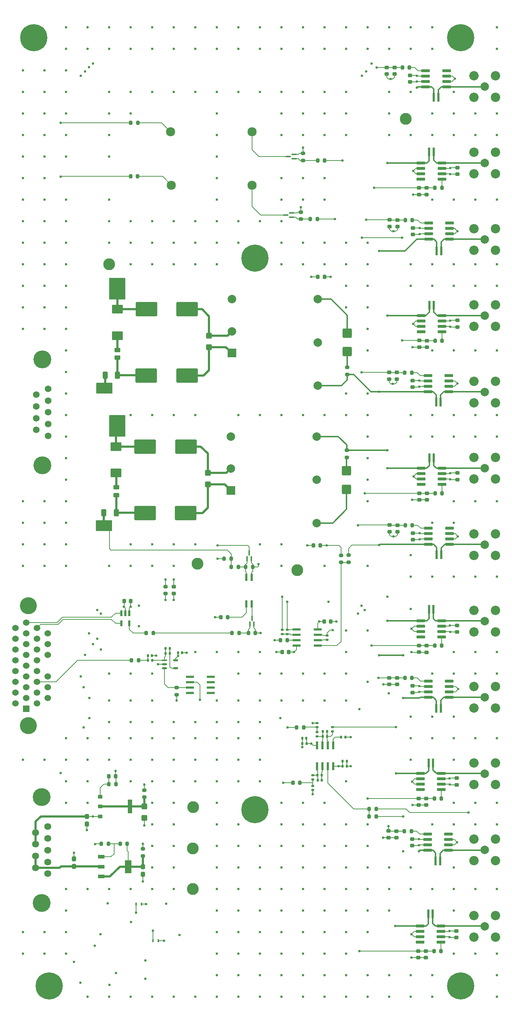
<source format=gbr>
%TF.GenerationSoftware,KiCad,Pcbnew,8.0.6*%
%TF.CreationDate,2025-05-14T12:37:58-04:00*%
%TF.ProjectId,TPC_Warm_Shaper,5450435f-5761-4726-9d5f-536861706572,rev?*%
%TF.SameCoordinates,Original*%
%TF.FileFunction,Copper,L1,Top*%
%TF.FilePolarity,Positive*%
%FSLAX46Y46*%
G04 Gerber Fmt 4.6, Leading zero omitted, Abs format (unit mm)*
G04 Created by KiCad (PCBNEW 8.0.6) date 2025-05-14 12:37:58*
%MOMM*%
%LPD*%
G01*
G04 APERTURE LIST*
G04 Aperture macros list*
%AMRoundRect*
0 Rectangle with rounded corners*
0 $1 Rounding radius*
0 $2 $3 $4 $5 $6 $7 $8 $9 X,Y pos of 4 corners*
0 Add a 4 corners polygon primitive as box body*
4,1,4,$2,$3,$4,$5,$6,$7,$8,$9,$2,$3,0*
0 Add four circle primitives for the rounded corners*
1,1,$1+$1,$2,$3*
1,1,$1+$1,$4,$5*
1,1,$1+$1,$6,$7*
1,1,$1+$1,$8,$9*
0 Add four rect primitives between the rounded corners*
20,1,$1+$1,$2,$3,$4,$5,0*
20,1,$1+$1,$4,$5,$6,$7,0*
20,1,$1+$1,$6,$7,$8,$9,0*
20,1,$1+$1,$8,$9,$2,$3,0*%
G04 Aperture macros list end*
%TA.AperFunction,SMDPad,CuDef*%
%ADD10R,1.219200X0.457200*%
%TD*%
%TA.AperFunction,SMDPad,CuDef*%
%ADD11O,1.219200X0.457200*%
%TD*%
%TA.AperFunction,ComponentPad*%
%ADD12C,2.006600*%
%TD*%
%TA.AperFunction,ComponentPad*%
%ADD13C,2.209800*%
%TD*%
%TA.AperFunction,SMDPad,CuDef*%
%ADD14RoundRect,0.200000X-0.200000X-0.275000X0.200000X-0.275000X0.200000X0.275000X-0.200000X0.275000X0*%
%TD*%
%TA.AperFunction,SMDPad,CuDef*%
%ADD15RoundRect,0.075000X0.910000X0.225000X-0.910000X0.225000X-0.910000X-0.225000X0.910000X-0.225000X0*%
%TD*%
%TA.AperFunction,SMDPad,CuDef*%
%ADD16RoundRect,0.075000X-0.910000X-0.225000X0.910000X-0.225000X0.910000X0.225000X-0.910000X0.225000X0*%
%TD*%
%TA.AperFunction,SMDPad,CuDef*%
%ADD17RoundRect,0.225000X0.250000X-0.225000X0.250000X0.225000X-0.250000X0.225000X-0.250000X-0.225000X0*%
%TD*%
%TA.AperFunction,SMDPad,CuDef*%
%ADD18RoundRect,0.225000X-0.250000X0.225000X-0.250000X-0.225000X0.250000X-0.225000X0.250000X0.225000X0*%
%TD*%
%TA.AperFunction,SMDPad,CuDef*%
%ADD19R,0.584200X2.159000*%
%TD*%
%TA.AperFunction,SMDPad,CuDef*%
%ADD20RoundRect,0.200000X0.200000X0.275000X-0.200000X0.275000X-0.200000X-0.275000X0.200000X-0.275000X0*%
%TD*%
%TA.AperFunction,SMDPad,CuDef*%
%ADD21RoundRect,0.225000X0.225000X0.250000X-0.225000X0.250000X-0.225000X-0.250000X0.225000X-0.250000X0*%
%TD*%
%TA.AperFunction,SMDPad,CuDef*%
%ADD22RoundRect,0.135000X0.185000X-0.135000X0.185000X0.135000X-0.185000X0.135000X-0.185000X-0.135000X0*%
%TD*%
%TA.AperFunction,SMDPad,CuDef*%
%ADD23R,0.558800X1.651000*%
%TD*%
%TA.AperFunction,SMDPad,CuDef*%
%ADD24RoundRect,0.135000X-0.185000X0.135000X-0.185000X-0.135000X0.185000X-0.135000X0.185000X0.135000X0*%
%TD*%
%TA.AperFunction,ComponentPad*%
%ADD25C,2.800000*%
%TD*%
%TA.AperFunction,SMDPad,CuDef*%
%ADD26RoundRect,0.140000X-0.140000X-0.170000X0.140000X-0.170000X0.140000X0.170000X-0.140000X0.170000X0*%
%TD*%
%TA.AperFunction,SMDPad,CuDef*%
%ADD27RoundRect,0.225000X-0.225000X-0.250000X0.225000X-0.250000X0.225000X0.250000X-0.225000X0.250000X0*%
%TD*%
%TA.AperFunction,SMDPad,CuDef*%
%ADD28RoundRect,0.250000X-0.425000X0.450000X-0.425000X-0.450000X0.425000X-0.450000X0.425000X0.450000X0*%
%TD*%
%TA.AperFunction,SMDPad,CuDef*%
%ADD29R,1.016000X0.889000*%
%TD*%
%TA.AperFunction,SMDPad,CuDef*%
%ADD30R,1.000000X3.200000*%
%TD*%
%TA.AperFunction,SMDPad,CuDef*%
%ADD31RoundRect,0.250000X-0.275000X0.312500X-0.275000X-0.312500X0.275000X-0.312500X0.275000X0.312500X0*%
%TD*%
%TA.AperFunction,ComponentPad*%
%ADD32C,1.635000*%
%TD*%
%TA.AperFunction,ComponentPad*%
%ADD33C,4.216000*%
%TD*%
%TA.AperFunction,ComponentPad*%
%ADD34C,2.159000*%
%TD*%
%TA.AperFunction,SMDPad,CuDef*%
%ADD35RoundRect,0.140000X0.140000X0.170000X-0.140000X0.170000X-0.140000X-0.170000X0.140000X-0.170000X0*%
%TD*%
%TA.AperFunction,SMDPad,CuDef*%
%ADD36R,0.350800X1.161200*%
%TD*%
%TA.AperFunction,SMDPad,CuDef*%
%ADD37RoundRect,0.250000X1.025000X-0.787500X1.025000X0.787500X-1.025000X0.787500X-1.025000X-0.787500X0*%
%TD*%
%TA.AperFunction,SMDPad,CuDef*%
%ADD38RoundRect,0.250000X-0.312500X-0.625000X0.312500X-0.625000X0.312500X0.625000X-0.312500X0.625000X0*%
%TD*%
%TA.AperFunction,SMDPad,CuDef*%
%ADD39R,1.161200X0.350800*%
%TD*%
%TA.AperFunction,SMDPad,CuDef*%
%ADD40RoundRect,0.250000X0.275000X-0.312500X0.275000X0.312500X-0.275000X0.312500X-0.275000X-0.312500X0*%
%TD*%
%TA.AperFunction,SMDPad,CuDef*%
%ADD41RoundRect,0.265000X0.795000X-0.860000X0.795000X0.860000X-0.795000X0.860000X-0.795000X-0.860000X0*%
%TD*%
%TA.AperFunction,SMDPad,CuDef*%
%ADD42RoundRect,0.135000X0.135000X0.185000X-0.135000X0.185000X-0.135000X-0.185000X0.135000X-0.185000X0*%
%TD*%
%TA.AperFunction,ComponentPad*%
%ADD43R,2.000000X2.000000*%
%TD*%
%TA.AperFunction,ComponentPad*%
%ADD44C,2.000000*%
%TD*%
%TA.AperFunction,SMDPad,CuDef*%
%ADD45RoundRect,0.140000X0.170000X-0.140000X0.170000X0.140000X-0.170000X0.140000X-0.170000X-0.140000X0*%
%TD*%
%TA.AperFunction,ComponentPad*%
%ADD46C,1.560000*%
%TD*%
%TA.AperFunction,SMDPad,CuDef*%
%ADD47R,0.444500X0.711200*%
%TD*%
%TA.AperFunction,SMDPad,CuDef*%
%ADD48RoundRect,0.200000X0.275000X-0.200000X0.275000X0.200000X-0.275000X0.200000X-0.275000X-0.200000X0*%
%TD*%
%TA.AperFunction,ComponentPad*%
%ADD49C,6.400000*%
%TD*%
%TA.AperFunction,SMDPad,CuDef*%
%ADD50RoundRect,0.250000X0.450000X-0.262500X0.450000X0.262500X-0.450000X0.262500X-0.450000X-0.262500X0*%
%TD*%
%TA.AperFunction,SMDPad,CuDef*%
%ADD51R,1.600200X0.838200*%
%TD*%
%TA.AperFunction,SMDPad,CuDef*%
%ADD52R,1.600200X3.048000*%
%TD*%
%TA.AperFunction,SMDPad,CuDef*%
%ADD53R,1.981200X0.558800*%
%TD*%
%TA.AperFunction,SMDPad,CuDef*%
%ADD54RoundRect,0.170000X2.330000X-1.530000X2.330000X1.530000X-2.330000X1.530000X-2.330000X-1.530000X0*%
%TD*%
%TA.AperFunction,SMDPad,CuDef*%
%ADD55RoundRect,0.250000X0.425000X-0.450000X0.425000X0.450000X-0.425000X0.450000X-0.425000X-0.450000X0*%
%TD*%
%TA.AperFunction,SMDPad,CuDef*%
%ADD56RoundRect,0.140000X-0.170000X0.140000X-0.170000X-0.140000X0.170000X-0.140000X0.170000X0.140000X0*%
%TD*%
%TA.AperFunction,SMDPad,CuDef*%
%ADD57RoundRect,0.200000X-0.275000X0.200000X-0.275000X-0.200000X0.275000X-0.200000X0.275000X0.200000X0*%
%TD*%
%TA.AperFunction,SMDPad,CuDef*%
%ADD58R,0.558800X1.473200*%
%TD*%
%TA.AperFunction,SMDPad,CuDef*%
%ADD59R,0.558800X1.981200*%
%TD*%
%TA.AperFunction,ComponentPad*%
%ADD60C,4.000000*%
%TD*%
%TA.AperFunction,ComponentPad*%
%ADD61R,1.530000X1.530000*%
%TD*%
%TA.AperFunction,ComponentPad*%
%ADD62C,1.530000*%
%TD*%
%TA.AperFunction,ViaPad*%
%ADD63C,0.600000*%
%TD*%
%TA.AperFunction,Conductor*%
%ADD64C,0.500000*%
%TD*%
%TA.AperFunction,Conductor*%
%ADD65C,0.300000*%
%TD*%
%TA.AperFunction,Conductor*%
%ADD66C,0.200000*%
%TD*%
G04 APERTURE END LIST*
D10*
%TO.P,U22,1,OUT*%
%TO.N,Net-(U22-OUT)*%
X150175476Y-184799998D03*
D11*
%TO.P,U22,2,V-*%
%TO.N,/TELEM_RTN*%
X150175476Y-185749999D03*
%TO.P,U22,3,+IN*%
%TO.N,/Telemetry/TEMP_TELEM_CKT/TEMP_TELEM*%
X150175476Y-186700000D03*
%TO.P,U22,4,-IN*%
%TO.N,Net-(U22--IN)*%
X152795476Y-186700000D03*
%TO.P,U22,5,V+*%
%TO.N,/TELEM_P3p3V*%
X152795476Y-184799998D03*
%TD*%
D12*
%TO.P,J14,1,SIGNAL*%
%TO.N,/P_SHPR_6*%
X225680000Y-229544999D03*
D13*
%TO.P,J14,2,GND*%
%TO.N,/PM3p3V_RTN*%
X228220000Y-227004999D03*
%TO.P,J14,3,GND*%
X223140000Y-227004999D03*
%TO.P,J14,4,GND*%
X223140000Y-232084999D03*
%TO.P,J14,5,GND*%
X228220000Y-232084999D03*
%TD*%
D12*
%TO.P,J13,1,SIGNAL*%
%TO.N,/M_SHPR_6*%
X225680000Y-247544999D03*
D13*
%TO.P,J13,2,GND*%
%TO.N,/PM3p3V_RTN*%
X228220000Y-245004999D03*
%TO.P,J13,3,GND*%
X223140000Y-245004999D03*
%TO.P,J13,4,GND*%
X223140000Y-250084999D03*
%TO.P,J13,5,GND*%
X228220000Y-250084999D03*
%TD*%
D12*
%TO.P,J12,1,SIGNAL*%
%TO.N,/P_SHPR_5*%
X225680000Y-193544999D03*
D13*
%TO.P,J12,2,GND*%
%TO.N,/PM3p3V_RTN*%
X228220000Y-191004999D03*
%TO.P,J12,3,GND*%
X223140000Y-191004999D03*
%TO.P,J12,4,GND*%
X223140000Y-196084999D03*
%TO.P,J12,5,GND*%
X228220000Y-196084999D03*
%TD*%
D12*
%TO.P,J11,1,SIGNAL*%
%TO.N,/M_SHPR_5*%
X225680000Y-211544999D03*
D13*
%TO.P,J11,2,GND*%
%TO.N,/PM3p3V_RTN*%
X228220000Y-209004999D03*
%TO.P,J11,3,GND*%
X223140000Y-209004999D03*
%TO.P,J11,4,GND*%
X223140000Y-214084999D03*
%TO.P,J11,5,GND*%
X228220000Y-214084999D03*
%TD*%
D12*
%TO.P,J10,1,SIGNAL*%
%TO.N,/P_SHPR_4*%
X225680000Y-157544999D03*
D13*
%TO.P,J10,2,GND*%
%TO.N,/PM3p3V_RTN*%
X228220000Y-155004999D03*
%TO.P,J10,3,GND*%
X223140000Y-155004999D03*
%TO.P,J10,4,GND*%
X223140000Y-160084999D03*
%TO.P,J10,5,GND*%
X228220000Y-160084999D03*
%TD*%
D12*
%TO.P,J9,1,SIGNAL*%
%TO.N,/M_SHPR_4*%
X225680000Y-175544999D03*
D13*
%TO.P,J9,2,GND*%
%TO.N,/PM3p3V_RTN*%
X228220000Y-173004999D03*
%TO.P,J9,3,GND*%
X223140000Y-173004999D03*
%TO.P,J9,4,GND*%
X223140000Y-178084999D03*
%TO.P,J9,5,GND*%
X228220000Y-178084999D03*
%TD*%
D12*
%TO.P,J8,1,SIGNAL*%
%TO.N,/P_SHPR_3*%
X225680000Y-121544999D03*
D13*
%TO.P,J8,2,GND*%
%TO.N,/PM3p3V_RTN*%
X228220000Y-119004999D03*
%TO.P,J8,3,GND*%
X223140000Y-119004999D03*
%TO.P,J8,4,GND*%
X223140000Y-124084999D03*
%TO.P,J8,5,GND*%
X228220000Y-124084999D03*
%TD*%
D12*
%TO.P,J7,1,SIGNAL*%
%TO.N,/M_SHPR_3*%
X225680000Y-139544999D03*
D13*
%TO.P,J7,2,GND*%
%TO.N,/PM3p3V_RTN*%
X228220000Y-137004999D03*
%TO.P,J7,3,GND*%
X223140000Y-137004999D03*
%TO.P,J7,4,GND*%
X223140000Y-142084999D03*
%TO.P,J7,5,GND*%
X228220000Y-142084999D03*
%TD*%
D12*
%TO.P,J6,1,SIGNAL*%
%TO.N,/P_SHPR_2*%
X225680000Y-85544999D03*
D13*
%TO.P,J6,2,GND*%
%TO.N,/PM3p3V_RTN*%
X228220000Y-83004999D03*
%TO.P,J6,3,GND*%
X223140000Y-83004999D03*
%TO.P,J6,4,GND*%
X223140000Y-88084999D03*
%TO.P,J6,5,GND*%
X228220000Y-88084999D03*
%TD*%
D12*
%TO.P,J5,1,SIGNAL*%
%TO.N,/M_SHPR_2*%
X225680000Y-103544999D03*
D13*
%TO.P,J5,2,GND*%
%TO.N,/PM3p3V_RTN*%
X228220000Y-101004999D03*
%TO.P,J5,3,GND*%
X223140000Y-101004999D03*
%TO.P,J5,4,GND*%
X223140000Y-106084999D03*
%TO.P,J5,5,GND*%
X228220000Y-106084999D03*
%TD*%
D12*
%TO.P,J4,1,SIGNAL*%
%TO.N,/P_SHPR_1*%
X225680000Y-49544999D03*
D13*
%TO.P,J4,2,GND*%
%TO.N,/PM3p3V_RTN*%
X228220000Y-47004999D03*
%TO.P,J4,3,GND*%
X223140000Y-47004999D03*
%TO.P,J4,4,GND*%
X223140000Y-52084999D03*
%TO.P,J4,5,GND*%
X228220000Y-52084999D03*
%TD*%
D12*
%TO.P,J3,1,SIGNAL*%
%TO.N,/M_SHPR_1*%
X225680000Y-67544999D03*
D13*
%TO.P,J3,2,GND*%
%TO.N,/PM3p3V_RTN*%
X228220000Y-65004999D03*
%TO.P,J3,3,GND*%
X223140000Y-65004999D03*
%TO.P,J3,4,GND*%
X223140000Y-70084999D03*
%TO.P,J3,5,GND*%
X228220000Y-70084999D03*
%TD*%
D14*
%TO.P,R68,1*%
%TO.N,/M3p3V_MON*%
X181365000Y-200600000D03*
%TO.P,R68,2*%
%TO.N,Net-(C69-Pad2)*%
X183015000Y-200600000D03*
%TD*%
D15*
%TO.P,U7,1,-IN*%
%TO.N,/P_SHPR_4*%
X217398000Y-157494999D03*
%TO.P,U7,2,GND*%
%TO.N,/TELEM_RTN*%
X217398000Y-156224999D03*
%TO.P,U7,3,REF2*%
X217398000Y-154954999D03*
%TO.P,U7,4*%
%TO.N,N/C*%
X217398000Y-153684999D03*
%TO.P,U7,5,OUT*%
%TO.N,Net-(U7-OUT)*%
X212458000Y-153684999D03*
%TO.P,U7,6,V+*%
%TO.N,/TELEM_P3p3V*%
X212458000Y-154954999D03*
%TO.P,U7,7,REF1*%
%TO.N,/TELEM_RTN*%
X212458000Y-156224999D03*
%TO.P,U7,8,+IN*%
%TO.N,/P3p3V*%
X212458000Y-157494999D03*
%TD*%
D16*
%TO.P,U12,1,-IN*%
%TO.N,/M3p3V*%
X210700000Y-139529999D03*
%TO.P,U12,2,GND*%
%TO.N,/TELEM_RTN*%
X210700000Y-140799999D03*
%TO.P,U12,3,REF2*%
X210700000Y-142069999D03*
%TO.P,U12,4*%
%TO.N,N/C*%
X210700000Y-143339999D03*
%TO.P,U12,5,OUT*%
%TO.N,Net-(U12-OUT)*%
X215640000Y-143339999D03*
%TO.P,U12,6,V+*%
%TO.N,/TELEM_P3p3V*%
X215640000Y-142069999D03*
%TO.P,U12,7,REF1*%
%TO.N,/TELEM_RTN*%
X215640000Y-140799999D03*
%TO.P,U12,8,+IN*%
%TO.N,/M_SHPR_3*%
X215640000Y-139529999D03*
%TD*%
D17*
%TO.P,C27,1*%
%TO.N,/TELEM_RTN*%
X202590000Y-46555000D03*
%TO.P,C27,2*%
%TO.N,/i_Sense_1+*%
X202590000Y-45005000D03*
%TD*%
D18*
%TO.P,C25,1*%
%TO.N,/TELEM_P3p3V*%
X208120000Y-46894999D03*
%TO.P,C25,2*%
%TO.N,/TELEM_RTN*%
X208120000Y-48444999D03*
%TD*%
D19*
%TO.P,R11,1*%
%TO.N,/P_SHPR_6*%
X215213400Y-232124999D03*
%TO.P,R11,2*%
%TO.N,/P3p3V*%
X214146600Y-232124999D03*
%TD*%
D20*
%TO.P,R18,1*%
%TO.N,Net-(U8-OUT)*%
X208555000Y-188975000D03*
%TO.P,R18,2*%
%TO.N,/i_Sense_5+*%
X206905000Y-188975000D03*
%TD*%
D21*
%TO.P,C75,1*%
%TO.N,/TELEM_P3p3V*%
X142215000Y-170860000D03*
%TO.P,C75,2*%
%TO.N,/TELEM_RTN*%
X140665000Y-170860000D03*
%TD*%
D22*
%TO.P,R33,1*%
%TO.N,Net-(U17B--INB)*%
X188530000Y-179960000D03*
%TO.P,R33,2*%
%TO.N,Net-(U17B-B_OUT)*%
X188530000Y-178940000D03*
%TD*%
D20*
%TO.P,R25,1*%
%TO.N,Net-(U15-OUT)*%
X215405000Y-253369999D03*
%TO.P,R25,2*%
%TO.N,/i_Sense_6-*%
X213755000Y-253369999D03*
%TD*%
D23*
%TO.P,Q1,1,1*%
%TO.N,Net-(Q1-Pad1)*%
X169525000Y-171484200D03*
%TO.P,Q1,2,2*%
%TO.N,Net-(M5-Pad3)*%
X170795000Y-171484200D03*
%TO.P,Q1,3,3*%
%TO.N,/V_SEC_RTN*%
X170795000Y-165235800D03*
%TO.P,Q1,4,4*%
%TO.N,Net-(M6-Pad1)*%
X169525000Y-165235800D03*
%TD*%
D24*
%TO.P,R65,1*%
%TO.N,/M3p3V*%
X189850000Y-200580000D03*
%TO.P,R65,2*%
%TO.N,Net-(U18B--INB)*%
X189850000Y-201600000D03*
%TD*%
D25*
%TO.P,SEC_{RTN},1,1*%
%TO.N,/V_SEC_RTN*%
X181508400Y-163576000D03*
%TD*%
D17*
%TO.P,C35,1*%
%TO.N,/TELEM_RTN*%
X205118000Y-154485000D03*
%TO.P,C35,2*%
%TO.N,/i_Sense_4+*%
X205118000Y-152935000D03*
%TD*%
D25*
%TO.P,TELEM_{-5V},1,1*%
%TO.N,/TELEM_M5V*%
X156870400Y-238709200D03*
%TD*%
D26*
%TO.P,C74,1*%
%TO.N,/TELEM_P3p3V*%
X153375476Y-182990000D03*
%TO.P,C74,2*%
%TO.N,/TELEM_RTN*%
X154335476Y-182990000D03*
%TD*%
D27*
%TO.P,C17,1*%
%TO.N,GNDPWR*%
X185341000Y-157730000D03*
%TO.P,C17,2*%
%TO.N,/PM3p3V_RTN*%
X186891000Y-157730000D03*
%TD*%
D14*
%TO.P,R69,1*%
%TO.N,/Enable_Signal*%
X166125000Y-178340000D03*
%TO.P,R69,2*%
%TO.N,Net-(M5-Pad1)*%
X167775000Y-178340000D03*
%TD*%
D20*
%TO.P,R73,1*%
%TO.N,/V_SEC_IN*%
X165925000Y-160850000D03*
%TO.P,R73,2*%
%TO.N,/Main_CKT/Enable*%
X164275000Y-160850000D03*
%TD*%
D14*
%TO.P,R56,1*%
%TO.N,/TELEM_RTN*%
X135295000Y-228110000D03*
%TO.P,R56,2*%
%TO.N,Net-(U19-ADJ)*%
X136945000Y-228110000D03*
%TD*%
D20*
%TO.P,R20,1*%
%TO.N,Net-(U10-OUT)*%
X215605000Y-73414999D03*
%TO.P,R20,2*%
%TO.N,/i_Sense_1-*%
X213955000Y-73414999D03*
%TD*%
D28*
%TO.P,C20,1*%
%TO.N,/TELEM_P3p3V*%
X145420000Y-219300000D03*
%TO.P,C20,2*%
%TO.N,/TELEM_RTN*%
X145420000Y-222000000D03*
%TD*%
D14*
%TO.P,R54,1*%
%TO.N,Net-(U3-SET)*%
X137065000Y-214050000D03*
%TO.P,R54,2*%
%TO.N,/TELEM_RTN*%
X138715000Y-214050000D03*
%TD*%
D19*
%TO.P,R6,1*%
%TO.N,/M_SHPR_3*%
X213713400Y-137014999D03*
%TO.P,R6,2*%
%TO.N,/M3p3V*%
X212646600Y-137014999D03*
%TD*%
D20*
%TO.P,R24,1*%
%TO.N,Net-(U14-OUT)*%
X215485000Y-217379999D03*
%TO.P,R24,2*%
%TO.N,/i_Sense_5-*%
X213835000Y-217379999D03*
%TD*%
D14*
%TO.P,R57,1*%
%TO.N,Net-(U19-ADJ)*%
X139730000Y-228110000D03*
%TO.P,R57,2*%
%TO.N,/TELEM_M3p3V*%
X141380000Y-228110000D03*
%TD*%
D17*
%TO.P,C42,1*%
%TO.N,/TELEM_RTN*%
X203050000Y-226610000D03*
%TO.P,C42,2*%
%TO.N,/i_Sense_6+*%
X203050000Y-225060000D03*
%TD*%
D26*
%TO.P,C24,1*%
%TO.N,/TELEM_M3p3V*%
X192210000Y-208600000D03*
%TO.P,C24,2*%
%TO.N,/TELEM_RTN*%
X193170000Y-208600000D03*
%TD*%
D29*
%TO.P,U3,1,SET*%
%TO.N,Net-(U3-SET)*%
X135067500Y-216990100D03*
%TO.P,U3,2,OUT*%
%TO.N,/TELEM_P3p3V*%
X135067500Y-219301500D03*
%TO.P,U3,3,IN*%
%TO.N,/TELEM_P5V*%
X135067500Y-221612900D03*
D30*
%TO.P,U3,4,TAB*%
%TO.N,/TELEM_P3p3V*%
X142060000Y-219301500D03*
%TD*%
D19*
%TO.P,R7,1*%
%TO.N,/P_SHPR_4*%
X215433400Y-159894999D03*
%TO.P,R7,2*%
%TO.N,/P3p3V*%
X214366600Y-159894999D03*
%TD*%
D31*
%TO.P,C21,1*%
%TO.N,/TELEM_RTN*%
X128880000Y-231625000D03*
%TO.P,C21,2*%
%TO.N,/TELEM_M5V*%
X128880000Y-233400000D03*
%TD*%
D32*
%TO.P,J15,1*%
%TO.N,/TELEM_RTN*%
X122640000Y-235115000D03*
%TO.P,J15,2*%
X122640000Y-232345000D03*
%TO.P,J15,3*%
%TO.N,unconnected-(J15-Pad3)*%
X122640000Y-229575000D03*
%TO.P,J15,4*%
%TO.N,/TELEM_RTN*%
X122640000Y-226805000D03*
%TO.P,J15,5*%
X122640000Y-224035000D03*
%TO.P,J15,6*%
%TO.N,/TELEM_M5V*%
X119800000Y-233730000D03*
%TO.P,J15,7*%
X119800000Y-230960000D03*
%TO.P,J15,8*%
%TO.N,/TELEM_P5V*%
X119800000Y-228190000D03*
%TO.P,J15,9*%
X119800000Y-225420000D03*
D33*
%TO.P,J15,S1*%
%TO.N,GNDPWR*%
X121220000Y-217075000D03*
%TO.P,J15,S2*%
X121220000Y-242075000D03*
%TD*%
D34*
%TO.P,P4,1,1*%
%TO.N,Net-(M2-Pad3)*%
X170830000Y-60150000D03*
%TD*%
D20*
%TO.P,R61,1*%
%TO.N,/PM3p3V_RTN*%
X200135000Y-219840000D03*
%TO.P,R61,2*%
%TO.N,Net-(U18A-+INA)*%
X198485000Y-219840000D03*
%TD*%
D24*
%TO.P,R26,1*%
%TO.N,/M3p3V*%
X177920000Y-177610000D03*
%TO.P,R26,2*%
%TO.N,Net-(U17A--INA)*%
X177920000Y-178630000D03*
%TD*%
D20*
%TO.P,R23,1*%
%TO.N,Net-(U13-OUT)*%
X215565000Y-181349999D03*
%TO.P,R23,2*%
%TO.N,/i_Sense_4-*%
X213915000Y-181349999D03*
%TD*%
D22*
%TO.P,R62,1*%
%TO.N,Net-(C64-Pad2)*%
X185140000Y-212940000D03*
%TO.P,R62,2*%
%TO.N,Net-(U18A-A_OUT)*%
X185140000Y-211920000D03*
%TD*%
D35*
%TO.P,C63,1*%
%TO.N,Net-(U18A--INA)*%
X187280000Y-213050000D03*
%TO.P,C63,2*%
%TO.N,Net-(U18A-A_OUT)*%
X186320000Y-213050000D03*
%TD*%
D22*
%TO.P,R13,1*%
%TO.N,Net-(U17A--INA)*%
X179120000Y-178630000D03*
%TO.P,R13,2*%
%TO.N,Net-(U17A-A_OUT)*%
X179120000Y-177610000D03*
%TD*%
D20*
%TO.P,R29,1*%
%TO.N,Net-(U17A-A_OUT)*%
X186225000Y-80790000D03*
%TO.P,R29,2*%
%TO.N,Net-(M1-Pad1)*%
X184575000Y-80790000D03*
%TD*%
D18*
%TO.P,C37,1*%
%TO.N,/TELEM_P3p3V*%
X208730000Y-190839999D03*
%TO.P,C37,2*%
%TO.N,/TELEM_RTN*%
X208730000Y-192389999D03*
%TD*%
D16*
%TO.P,U15,1,-IN*%
%TO.N,/M3p3V*%
X210470000Y-247489999D03*
%TO.P,U15,2,GND*%
%TO.N,/TELEM_RTN*%
X210470000Y-248759999D03*
%TO.P,U15,3,REF2*%
X210470000Y-250029999D03*
%TO.P,U15,4*%
%TO.N,N/C*%
X210470000Y-251299999D03*
%TO.P,U15,5,OUT*%
%TO.N,Net-(U15-OUT)*%
X215410000Y-251299999D03*
%TO.P,U15,6,V+*%
%TO.N,/TELEM_P3p3V*%
X215410000Y-250029999D03*
%TO.P,U15,7,REF1*%
%TO.N,/TELEM_RTN*%
X215410000Y-248759999D03*
%TO.P,U15,8,+IN*%
%TO.N,/M_SHPR_6*%
X215410000Y-247489999D03*
%TD*%
D20*
%TO.P,R16,1*%
%TO.N,Net-(U6-OUT)*%
X208505000Y-116945000D03*
%TO.P,R16,2*%
%TO.N,/i_Sense_3+*%
X206855000Y-116945000D03*
%TD*%
D17*
%TO.P,C54,1*%
%TO.N,/TELEM_RTN*%
X210190000Y-182894999D03*
%TO.P,C54,2*%
%TO.N,/i_Sense_4-*%
X210190000Y-181344999D03*
%TD*%
D16*
%TO.P,U11,1,-IN*%
%TO.N,/M3p3V*%
X210700000Y-103529999D03*
%TO.P,U11,2,GND*%
%TO.N,/TELEM_RTN*%
X210700000Y-104799999D03*
%TO.P,U11,3,REF2*%
X210700000Y-106069999D03*
%TO.P,U11,4*%
%TO.N,N/C*%
X210700000Y-107339999D03*
%TO.P,U11,5,OUT*%
%TO.N,Net-(U11-OUT)*%
X215640000Y-107339999D03*
%TO.P,U11,6,V+*%
%TO.N,/TELEM_P3p3V*%
X215640000Y-106069999D03*
%TO.P,U11,7,REF1*%
%TO.N,/TELEM_RTN*%
X215640000Y-104799999D03*
%TO.P,U11,8,+IN*%
%TO.N,/M_SHPR_2*%
X215640000Y-103529999D03*
%TD*%
D17*
%TO.P,C36,1*%
%TO.N,/TELEM_RTN*%
X203278000Y-154475000D03*
%TO.P,C36,2*%
%TO.N,/i_Sense_4+*%
X203278000Y-152925000D03*
%TD*%
D36*
%TO.P,M6,1,1*%
%TO.N,Net-(M6-Pad1)*%
X169660001Y-160825000D03*
%TO.P,M6,2,2*%
%TO.N,/V_SEC_RTN*%
X170659999Y-160825000D03*
%TO.P,M6,3,3*%
%TO.N,/Main_CKT/Enable*%
X170160000Y-159475000D03*
%TD*%
D37*
%TO.P,C1,1*%
%TO.N,Net-(C1-Pad1)*%
X139067500Y-108257500D03*
%TO.P,C1,2*%
%TO.N,/V_SEC_RTN*%
X139067500Y-102032500D03*
%TD*%
D24*
%TO.P,R67,1*%
%TO.N,Net-(C69-Pad2)*%
X186180000Y-201720000D03*
%TO.P,R67,2*%
%TO.N,Net-(U18B-B_OUT)*%
X186180000Y-202740000D03*
%TD*%
D20*
%TO.P,R22,1*%
%TO.N,Net-(U12-OUT)*%
X215635000Y-145409999D03*
%TO.P,R22,2*%
%TO.N,/i_Sense_3-*%
X213985000Y-145409999D03*
%TD*%
D25*
%TO.P,TELEM_{RTN},1,1*%
%TO.N,/TELEM_RTN*%
X156870400Y-229209600D03*
%TD*%
D38*
%TO.P,F5,1*%
%TO.N,/V_SEC_IN*%
X135902500Y-149995000D03*
%TO.P,F5,2*%
%TO.N,Net-(F5-Pad2)*%
X138827500Y-149995000D03*
%TD*%
D18*
%TO.P,C76,1*%
%TO.N,/V_SEC_RTN*%
X152350000Y-167485000D03*
%TO.P,C76,2*%
%TO.N,/TELEM_RTN*%
X152350000Y-169035000D03*
%TD*%
D17*
%TO.P,C30,1*%
%TO.N,/TELEM_RTN*%
X203280000Y-82505000D03*
%TO.P,C30,2*%
%TO.N,/i_Sense_2+*%
X203280000Y-80955000D03*
%TD*%
D21*
%TO.P,C62,1*%
%TO.N,/TELEM_M5V*%
X179485000Y-182880000D03*
%TO.P,C62,2*%
%TO.N,/TELEM_RTN*%
X177935000Y-182880000D03*
%TD*%
D39*
%TO.P,M2,1,1*%
%TO.N,Net-(M2-Pad1)*%
X180717000Y-66493999D03*
%TO.P,M2,2,2*%
%TO.N,/TELEM_RTN*%
X180717000Y-65494001D03*
%TO.P,M2,3,3*%
%TO.N,Net-(M2-Pad3)*%
X179367000Y-65994000D03*
%TD*%
D40*
%TO.P,C22,1*%
%TO.N,/TELEM_RTN*%
X145130000Y-235227500D03*
%TO.P,C22,2*%
%TO.N,/TELEM_M3p3V*%
X145130000Y-233452500D03*
%TD*%
D14*
%TO.P,R27,1*%
%TO.N,/TELEM_RTN*%
X177525000Y-180100000D03*
%TO.P,R27,2*%
%TO.N,Net-(U17A-+INA)*%
X179175000Y-180100000D03*
%TD*%
D19*
%TO.P,R3,1*%
%TO.N,/P_SHPR_2*%
X215453400Y-88294999D03*
%TO.P,R3,2*%
%TO.N,/P3p3V*%
X214386600Y-88294999D03*
%TD*%
D35*
%TO.P,C72,1*%
%TO.N,Net-(U22--IN)*%
X151435476Y-182050000D03*
%TO.P,C72,2*%
%TO.N,Net-(U22-OUT)*%
X150475476Y-182050000D03*
%TD*%
D17*
%TO.P,C60,1*%
%TO.N,/TELEM_RTN*%
X210030000Y-254914999D03*
%TO.P,C60,2*%
%TO.N,/i_Sense_6-*%
X210030000Y-253364999D03*
%TD*%
%TO.P,C47,1*%
%TO.N,/TELEM_RTN*%
X212050000Y-110964999D03*
%TO.P,C47,2*%
%TO.N,/i_Sense_2-*%
X212050000Y-109414999D03*
%TD*%
D41*
%TO.P,D3,A*%
%TO.N,Net-(D3-PadA)*%
X193147500Y-140120000D03*
%TO.P,D3,C*%
%TO.N,/PM3p3V_RTN*%
X193147500Y-144490000D03*
%TD*%
D14*
%TO.P,R72,1*%
%TO.N,/V_SEC_IN*%
X165935000Y-162810000D03*
%TO.P,R72,2*%
%TO.N,Net-(M6-Pad1)*%
X167585000Y-162810000D03*
%TD*%
D42*
%TO.P,R64,1*%
%TO.N,Net-(U18B--INB)*%
X188560000Y-202740000D03*
%TO.P,R64,2*%
%TO.N,Net-(U18B-B_OUT)*%
X187540000Y-202740000D03*
%TD*%
D25*
%TO.P,TELEM_{RTN},1,1*%
%TO.N,/TELEM_RTN*%
X207111600Y-57099200D03*
%TD*%
D17*
%TO.P,C33,1*%
%TO.N,/TELEM_RTN*%
X203150000Y-118470000D03*
%TO.P,C33,2*%
%TO.N,/i_Sense_3+*%
X203150000Y-116920000D03*
%TD*%
D43*
%TO.P,U1,1,+VIN*%
%TO.N,Net-(U1-+VIN)*%
X166080000Y-112340000D03*
D44*
%TO.P,U1,2,-VIN*%
%TO.N,Net-(U1--VIN)*%
X166080000Y-107240000D03*
%TO.P,U1,3,+VOUT*%
%TO.N,/P3p3V*%
X186380000Y-120040000D03*
%TO.P,U1,4,TRIM*%
%TO.N,unconnected-(U1-TRIM-Pad4)*%
X186380000Y-109840000D03*
%TO.P,U1,5,-VOUT*%
%TO.N,/PM3p3V_RTN*%
X186380000Y-99640000D03*
%TO.P,U1,6,REMOTE*%
%TO.N,/Main_CKT/Enable*%
X166080000Y-99640000D03*
%TD*%
D20*
%TO.P,R19,1*%
%TO.N,Net-(U9-OUT)*%
X208405000Y-225085000D03*
%TO.P,R19,2*%
%TO.N,/i_Sense_6+*%
X206755000Y-225085000D03*
%TD*%
D15*
%TO.P,U8,1,-IN*%
%TO.N,/P_SHPR_5*%
X217320000Y-193519999D03*
%TO.P,U8,2,GND*%
%TO.N,/TELEM_RTN*%
X217320000Y-192249999D03*
%TO.P,U8,3,REF2*%
X217320000Y-190979999D03*
%TO.P,U8,4*%
%TO.N,N/C*%
X217320000Y-189709999D03*
%TO.P,U8,5,OUT*%
%TO.N,Net-(U8-OUT)*%
X212380000Y-189709999D03*
%TO.P,U8,6,V+*%
%TO.N,/TELEM_P3p3V*%
X212380000Y-190979999D03*
%TO.P,U8,7,REF1*%
%TO.N,/TELEM_RTN*%
X212380000Y-192249999D03*
%TO.P,U8,8,+IN*%
%TO.N,/P3p3V*%
X212380000Y-193519999D03*
%TD*%
D35*
%TO.P,C70,1*%
%TO.N,/TELEM_P3p3V*%
X183680000Y-204410000D03*
%TO.P,C70,2*%
%TO.N,/TELEM_RTN*%
X182720000Y-204410000D03*
%TD*%
%TO.P,C73,1*%
%TO.N,/TELEM_RTN*%
X147255476Y-183690000D03*
%TO.P,C73,2*%
%TO.N,Net-(C73-Pad2)*%
X146295476Y-183690000D03*
%TD*%
D20*
%TO.P,R34,1*%
%TO.N,Net-(U17B-B_OUT)*%
X187975000Y-66960000D03*
%TO.P,R34,2*%
%TO.N,Net-(M2-Pad1)*%
X186325000Y-66960000D03*
%TD*%
D36*
%TO.P,M5,1,1*%
%TO.N,Net-(M5-Pad1)*%
X170310001Y-176285000D03*
%TO.P,M5,2,2*%
%TO.N,/TELEM_RTN*%
X171309999Y-176285000D03*
%TO.P,M5,3,3*%
%TO.N,Net-(M5-Pad3)*%
X170810000Y-174935000D03*
%TD*%
D25*
%TO.P,SEC_{RTN},1,1*%
%TO.N,/V_SEC_RTN*%
X137160000Y-91440000D03*
%TD*%
D15*
%TO.P,U9,1,-IN*%
%TO.N,/P_SHPR_6*%
X217170000Y-229629999D03*
%TO.P,U9,2,GND*%
%TO.N,/TELEM_RTN*%
X217170000Y-228359999D03*
%TO.P,U9,3,REF2*%
X217170000Y-227089999D03*
%TO.P,U9,4*%
%TO.N,N/C*%
X217170000Y-225819999D03*
%TO.P,U9,5,OUT*%
%TO.N,Net-(U9-OUT)*%
X212230000Y-225819999D03*
%TO.P,U9,6,V+*%
%TO.N,/TELEM_P3p3V*%
X212230000Y-227089999D03*
%TO.P,U9,7,REF1*%
%TO.N,/TELEM_RTN*%
X212230000Y-228359999D03*
%TO.P,U9,8,+IN*%
%TO.N,/P3p3V*%
X212230000Y-229629999D03*
%TD*%
D17*
%TO.P,C46,1*%
%TO.N,/TELEM_P3p3V*%
X219270000Y-106194999D03*
%TO.P,C46,2*%
%TO.N,/TELEM_RTN*%
X219270000Y-104644999D03*
%TD*%
%TO.P,C50,1*%
%TO.N,/TELEM_RTN*%
X212050000Y-146964999D03*
%TO.P,C50,2*%
%TO.N,/i_Sense_3-*%
X212050000Y-145414999D03*
%TD*%
D35*
%TO.P,C71,1*%
%TO.N,/TELEM_P3p3V*%
X183670000Y-203180000D03*
%TO.P,C71,2*%
%TO.N,/TELEM_RTN*%
X182710000Y-203180000D03*
%TD*%
D16*
%TO.P,U14,1,-IN*%
%TO.N,/M3p3V*%
X210550000Y-211499999D03*
%TO.P,U14,2,GND*%
%TO.N,/TELEM_RTN*%
X210550000Y-212769999D03*
%TO.P,U14,3,REF2*%
X210550000Y-214039999D03*
%TO.P,U14,4*%
%TO.N,N/C*%
X210550000Y-215309999D03*
%TO.P,U14,5,OUT*%
%TO.N,Net-(U14-OUT)*%
X215490000Y-215309999D03*
%TO.P,U14,6,V+*%
%TO.N,/TELEM_P3p3V*%
X215490000Y-214039999D03*
%TO.P,U14,7,REF1*%
%TO.N,/TELEM_RTN*%
X215490000Y-212769999D03*
%TO.P,U14,8,+IN*%
%TO.N,/M_SHPR_5*%
X215490000Y-211499999D03*
%TD*%
%TO.P,U13,1,-IN*%
%TO.N,/M3p3V*%
X210630000Y-175469999D03*
%TO.P,U13,2,GND*%
%TO.N,/TELEM_RTN*%
X210630000Y-176739999D03*
%TO.P,U13,3,REF2*%
X210630000Y-178009999D03*
%TO.P,U13,4*%
%TO.N,N/C*%
X210630000Y-179279999D03*
%TO.P,U13,5,OUT*%
%TO.N,Net-(U13-OUT)*%
X215570000Y-179279999D03*
%TO.P,U13,6,V+*%
%TO.N,/TELEM_P3p3V*%
X215570000Y-178009999D03*
%TO.P,U13,7,REF1*%
%TO.N,/TELEM_RTN*%
X215570000Y-176739999D03*
%TO.P,U13,8,+IN*%
%TO.N,/M_SHPR_4*%
X215570000Y-175469999D03*
%TD*%
D42*
%TO.P,R78,1*%
%TO.N,Net-(U22-OUT)*%
X147285476Y-184800000D03*
%TO.P,R78,2*%
%TO.N,Net-(C73-Pad2)*%
X146265476Y-184800000D03*
%TD*%
D25*
%TO.P,V_{EN},1,1*%
%TO.N,/Main_CKT/Enable*%
X157940000Y-162040000D03*
%TD*%
D17*
%TO.P,C29,1*%
%TO.N,/TELEM_RTN*%
X205120000Y-82515000D03*
%TO.P,C29,2*%
%TO.N,/i_Sense_2+*%
X205120000Y-80965000D03*
%TD*%
D39*
%TO.P,M1,1,1*%
%TO.N,Net-(M1-Pad1)*%
X180140000Y-80329998D03*
%TO.P,M1,2,2*%
%TO.N,/TELEM_RTN*%
X180140000Y-79330000D03*
%TO.P,M1,3,3*%
%TO.N,Net-(M1-Pad3)*%
X178790000Y-79829999D03*
%TD*%
D45*
%TO.P,C64,1*%
%TO.N,/TELEM_RTN*%
X185140000Y-215360000D03*
%TO.P,C64,2*%
%TO.N,Net-(C64-Pad2)*%
X185140000Y-214400000D03*
%TD*%
D15*
%TO.P,U4,1,-IN*%
%TO.N,/P_SHPR_1*%
X216710000Y-49574999D03*
%TO.P,U4,2,GND*%
%TO.N,/TELEM_RTN*%
X216710000Y-48304999D03*
%TO.P,U4,3,REF2*%
X216710000Y-47034999D03*
%TO.P,U4,4*%
%TO.N,N/C*%
X216710000Y-45764999D03*
%TO.P,U4,5,OUT*%
%TO.N,Net-(U4-OUT)*%
X211770000Y-45764999D03*
%TO.P,U4,6,V+*%
%TO.N,/TELEM_P3p3V*%
X211770000Y-47034999D03*
%TO.P,U4,7,REF1*%
%TO.N,/TELEM_RTN*%
X211770000Y-48304999D03*
%TO.P,U4,8,+IN*%
%TO.N,/P3p3V*%
X211770000Y-49574999D03*
%TD*%
D19*
%TO.P,R4,1*%
%TO.N,/M_SHPR_2*%
X213713400Y-101034999D03*
%TO.P,R4,2*%
%TO.N,/M3p3V*%
X212646600Y-101034999D03*
%TD*%
D46*
%TO.P,J2,1*%
%TO.N,/V_SEC_RTN*%
X122790000Y-120780000D03*
%TO.P,J2,2*%
X122790000Y-123550000D03*
%TO.P,J2,3*%
%TO.N,unconnected-(J2-Pad3)*%
X122790000Y-126320000D03*
%TO.P,J2,4*%
%TO.N,/V_SEC_RTN*%
X122790000Y-129090000D03*
%TO.P,J2,5*%
X122790000Y-131860000D03*
%TO.P,J2,6*%
%TO.N,/V_SEC_IN*%
X119950000Y-122165000D03*
%TO.P,J2,7*%
X119950000Y-124935000D03*
%TO.P,J2,8*%
X119950000Y-127705000D03*
%TO.P,J2,9*%
X119950000Y-130475000D03*
D33*
%TO.P,J2,S1*%
%TO.N,GNDPWR*%
X121370000Y-113820000D03*
%TO.P,J2,S2*%
X121370000Y-138820000D03*
%TD*%
D47*
%TO.P,LED2,1*%
%TO.N,Net-(LED2-Pad1)*%
X143486200Y-242255000D03*
%TO.P,LED2,2*%
%TO.N,Net-(LED2-Pad2)*%
X144743500Y-242255000D03*
%TD*%
D19*
%TO.P,R1,1*%
%TO.N,/P_SHPR_1*%
X214783400Y-52054999D03*
%TO.P,R1,2*%
%TO.N,/P3p3V*%
X213716600Y-52054999D03*
%TD*%
D17*
%TO.P,C53,1*%
%TO.N,/TELEM_RTN*%
X211980000Y-182904999D03*
%TO.P,C53,2*%
%TO.N,/i_Sense_4-*%
X211980000Y-181354999D03*
%TD*%
%TO.P,C38,1*%
%TO.N,/TELEM_RTN*%
X205040000Y-190510000D03*
%TO.P,C38,2*%
%TO.N,/i_Sense_5+*%
X205040000Y-188960000D03*
%TD*%
D48*
%TO.P,R55,1*%
%TO.N,/TELEM_P3p3V*%
X145420000Y-217100000D03*
%TO.P,R55,2*%
%TO.N,/TELEM_RTN*%
X145420000Y-215450000D03*
%TD*%
D17*
%TO.P,C56,1*%
%TO.N,/TELEM_RTN*%
X211900000Y-218934999D03*
%TO.P,C56,2*%
%TO.N,/i_Sense_5-*%
X211900000Y-217384999D03*
%TD*%
D41*
%TO.P,D2,A*%
%TO.N,/PM3p3V_RTN*%
X193257500Y-107640000D03*
%TO.P,D2,C*%
%TO.N,Net-(D2-PadC)*%
X193257500Y-112010000D03*
%TD*%
D17*
%TO.P,C58,1*%
%TO.N,/TELEM_P3p3V*%
X219040000Y-250154999D03*
%TO.P,C58,2*%
%TO.N,/TELEM_RTN*%
X219040000Y-248604999D03*
%TD*%
%TO.P,C55,1*%
%TO.N,/TELEM_P3p3V*%
X219120000Y-214164999D03*
%TO.P,C55,2*%
%TO.N,/TELEM_RTN*%
X219120000Y-212614999D03*
%TD*%
D49*
%TO.P,H7,1,1*%
%TO.N,GNDPWR*%
X123000000Y-261620000D03*
%TD*%
D14*
%TO.P,R77,1*%
%TO.N,Net-(U21-R)*%
X145900000Y-178380000D03*
%TO.P,R77,2*%
%TO.N,/Enable_Signal*%
X147550000Y-178380000D03*
%TD*%
D49*
%TO.P,H5,1,1*%
%TO.N,GNDPWR*%
X119380000Y-38000000D03*
%TD*%
D42*
%TO.P,R66,1*%
%TO.N,/TELEM_RTN*%
X192880000Y-202930000D03*
%TO.P,R66,2*%
%TO.N,Net-(U18B-+INB)*%
X191860000Y-202930000D03*
%TD*%
D50*
%TO.P,R48,1*%
%TO.N,Net-(F5-Pad2)*%
X138815000Y-145847500D03*
%TO.P,R48,2*%
%TO.N,Net-(C66-Pad1)*%
X138815000Y-144022500D03*
%TD*%
D19*
%TO.P,R9,1*%
%TO.N,/P_SHPR_5*%
X215373400Y-196174999D03*
%TO.P,R9,2*%
%TO.N,/P3p3V*%
X214306600Y-196174999D03*
%TD*%
D17*
%TO.P,C51,1*%
%TO.N,/TELEM_RTN*%
X210260000Y-146954999D03*
%TO.P,C51,2*%
%TO.N,/i_Sense_3-*%
X210260000Y-145404999D03*
%TD*%
D51*
%TO.P,U19,1,ADJ*%
%TO.N,Net-(U19-ADJ)*%
X135259600Y-231150000D03*
%TO.P,U19,2,IN*%
%TO.N,/TELEM_M5V*%
X135259600Y-233450000D03*
%TO.P,U19,3,OUT*%
%TO.N,/TELEM_M3p3V*%
X135259600Y-235750000D03*
D52*
%TO.P,U19,4,TAB*%
X141660400Y-233450000D03*
%TD*%
D48*
%TO.P,R46,1*%
%TO.N,Net-(D3-PadA)*%
X193157500Y-136955000D03*
%TO.P,R46,2*%
%TO.N,/M3p3V*%
X193157500Y-135305000D03*
%TD*%
D25*
%TO.P,TELEM_{+5V},1,1*%
%TO.N,/TELEM_P5V*%
X156921200Y-219456000D03*
%TD*%
D31*
%TO.P,C18,1*%
%TO.N,/TELEM_P5V*%
X131900000Y-221612500D03*
%TO.P,C18,2*%
%TO.N,/TELEM_RTN*%
X131900000Y-223387500D03*
%TD*%
D53*
%TO.P,U20,1,NC*%
%TO.N,unconnected-(U20-NC-Pad1)*%
X156191676Y-188715000D03*
%TO.P,U20,2,V+*%
%TO.N,/TELEM_P5V*%
X156191676Y-189985000D03*
%TO.P,U20,3,V-*%
%TO.N,/Telemetry/TEMP_TELEM_CKT/TEMP_TELEM*%
X156191676Y-191255000D03*
%TO.P,U20,4,NC*%
%TO.N,unconnected-(U20-NC-Pad4)*%
X156191676Y-192525000D03*
%TO.P,U20,5,NC*%
%TO.N,unconnected-(U20-NC-Pad5)*%
X161119276Y-192525000D03*
%TO.P,U20,6,NC*%
%TO.N,unconnected-(U20-NC-Pad6)*%
X161119276Y-191255000D03*
%TO.P,U20,7,NC*%
%TO.N,unconnected-(U20-NC-Pad7)*%
X161119276Y-189985000D03*
%TO.P,U20,8,NC*%
%TO.N,unconnected-(U20-NC-Pad8)*%
X161119276Y-188715000D03*
%TD*%
D18*
%TO.P,C28,1*%
%TO.N,/TELEM_P3p3V*%
X208810000Y-82844999D03*
%TO.P,C28,2*%
%TO.N,/TELEM_RTN*%
X208810000Y-84394999D03*
%TD*%
D49*
%TO.P,H1,1,1*%
%TO.N,GNDPWR*%
X220000000Y-38000000D03*
%TD*%
D14*
%TO.P,R63,1*%
%TO.N,/P3p3V_MON*%
X180495000Y-213660000D03*
%TO.P,R63,2*%
%TO.N,Net-(C64-Pad2)*%
X182145000Y-213660000D03*
%TD*%
D54*
%TO.P,L9,1,1*%
%TO.N,Net-(F5-Pad2)*%
X145615000Y-150086000D03*
%TO.P,L9,2,2*%
%TO.N,Net-(U2-+VIN)*%
X155215000Y-150086000D03*
%TD*%
D43*
%TO.P,U2,1,+VIN*%
%TO.N,Net-(U2-+VIN)*%
X165807500Y-144730000D03*
D44*
%TO.P,U2,2,-VIN*%
%TO.N,Net-(U2--VIN)*%
X165807500Y-139630000D03*
%TO.P,U2,3,+VOUT*%
%TO.N,/PM3p3V_RTN*%
X186107500Y-152430000D03*
%TO.P,U2,4,TRIM*%
%TO.N,unconnected-(U2-TRIM-Pad4)*%
X186107500Y-142230000D03*
%TO.P,U2,5,-VOUT*%
%TO.N,/M3p3V*%
X186107500Y-132030000D03*
%TO.P,U2,6,REMOTE*%
%TO.N,/Main_CKT/Enable*%
X165807500Y-132030000D03*
%TD*%
D55*
%TO.P,C67,1*%
%TO.N,Net-(U2-+VIN)*%
X160417500Y-143347500D03*
%TO.P,C67,2*%
%TO.N,Net-(U2--VIN)*%
X160417500Y-140647500D03*
%TD*%
D48*
%TO.P,R28,1*%
%TO.N,/TELEM_RTN*%
X150460000Y-169095000D03*
%TO.P,R28,2*%
%TO.N,/V_SEC_RTN*%
X150460000Y-167445000D03*
%TD*%
D17*
%TO.P,C52,1*%
%TO.N,/TELEM_P3p3V*%
X219200000Y-178134999D03*
%TO.P,C52,2*%
%TO.N,/TELEM_RTN*%
X219200000Y-176584999D03*
%TD*%
D56*
%TO.P,C69,1*%
%TO.N,/TELEM_RTN*%
X186180000Y-199630000D03*
%TO.P,C69,2*%
%TO.N,Net-(C69-Pad2)*%
X186180000Y-200590000D03*
%TD*%
D15*
%TO.P,U6,1,-IN*%
%TO.N,/P_SHPR_3*%
X217270000Y-121489999D03*
%TO.P,U6,2,GND*%
%TO.N,/TELEM_RTN*%
X217270000Y-120219999D03*
%TO.P,U6,3,REF2*%
X217270000Y-118949999D03*
%TO.P,U6,4*%
%TO.N,N/C*%
X217270000Y-117679999D03*
%TO.P,U6,5,OUT*%
%TO.N,Net-(U6-OUT)*%
X212330000Y-117679999D03*
%TO.P,U6,6,V+*%
%TO.N,/TELEM_P3p3V*%
X212330000Y-118949999D03*
%TO.P,U6,7,REF1*%
%TO.N,/TELEM_RTN*%
X212330000Y-120219999D03*
%TO.P,U6,8,+IN*%
%TO.N,/P3p3V*%
X212330000Y-121489999D03*
%TD*%
D49*
%TO.P,H2,1,1*%
%TO.N,GNDPWR*%
X171500000Y-90000000D03*
%TD*%
D17*
%TO.P,C57,1*%
%TO.N,/TELEM_RTN*%
X210110000Y-218924999D03*
%TO.P,C57,2*%
%TO.N,/i_Sense_5-*%
X210110000Y-217374999D03*
%TD*%
D57*
%TO.P,R37,1*%
%TO.N,/PM3p3V_RTN*%
X191800000Y-160045000D03*
%TO.P,R37,2*%
%TO.N,Net-(U17B-+INB)*%
X191800000Y-161695000D03*
%TD*%
D18*
%TO.P,C40,1*%
%TO.N,/TELEM_P3p3V*%
X208580000Y-226949999D03*
%TO.P,C40,2*%
%TO.N,/TELEM_RTN*%
X208580000Y-228499999D03*
%TD*%
D58*
%TO.P,U21,1,VCC*%
%TO.N,/TELEM_P3p3V*%
X141920000Y-173722400D03*
%TO.P,U21,2,GND*%
%TO.N,/TELEM_RTN*%
X140969999Y-173722400D03*
%TO.P,U21,3,A*%
%TO.N,/Enable+*%
X140019998Y-173722400D03*
%TO.P,U21,4,B*%
%TO.N,/Enable-*%
X140019998Y-176110000D03*
%TO.P,U21,5,R*%
%TO.N,Net-(U21-R)*%
X141920000Y-176110000D03*
%TD*%
D17*
%TO.P,C26,1*%
%TO.N,/TELEM_RTN*%
X204430000Y-46565000D03*
%TO.P,C26,2*%
%TO.N,/i_Sense_1+*%
X204430000Y-45015000D03*
%TD*%
%TO.P,C32,1*%
%TO.N,/TELEM_RTN*%
X204990000Y-118480000D03*
%TO.P,C32,2*%
%TO.N,/i_Sense_3+*%
X204990000Y-116930000D03*
%TD*%
D57*
%TO.P,R58,1*%
%TO.N,/TELEM_RTN*%
X145140000Y-229265000D03*
%TO.P,R58,2*%
%TO.N,/TELEM_M3p3V*%
X145140000Y-230915000D03*
%TD*%
D20*
%TO.P,R31,1*%
%TO.N,Net-(P1-Pad1)*%
X143855000Y-70700000D03*
%TO.P,R31,2*%
%TO.N,/TELEM_P5V*%
X142205000Y-70700000D03*
%TD*%
%TO.P,R21,1*%
%TO.N,Net-(U11-OUT)*%
X215635000Y-109409999D03*
%TO.P,R21,2*%
%TO.N,/i_Sense_2-*%
X213985000Y-109409999D03*
%TD*%
D27*
%TO.P,C19,1*%
%TO.N,Net-(U3-SET)*%
X137085000Y-212190000D03*
%TO.P,C19,2*%
%TO.N,/TELEM_RTN*%
X138635000Y-212190000D03*
%TD*%
D54*
%TO.P,L10,1,1*%
%TO.N,/V_SEC_RTN*%
X145655000Y-134426000D03*
%TO.P,L10,2,2*%
%TO.N,Net-(U2--VIN)*%
X155255000Y-134426000D03*
%TD*%
D20*
%TO.P,R15,1*%
%TO.N,Net-(U5-OUT)*%
X208635000Y-80980000D03*
%TO.P,R15,2*%
%TO.N,/i_Sense_2+*%
X206985000Y-80980000D03*
%TD*%
D19*
%TO.P,R8,1*%
%TO.N,/M_SHPR_4*%
X213633400Y-172814999D03*
%TO.P,R8,2*%
%TO.N,/M3p3V*%
X212566600Y-172814999D03*
%TD*%
%TO.P,R5,1*%
%TO.N,/P_SHPR_3*%
X215313400Y-123934999D03*
%TO.P,R5,2*%
%TO.N,/P3p3V*%
X214246600Y-123934999D03*
%TD*%
D17*
%TO.P,C39,1*%
%TO.N,/TELEM_RTN*%
X203200000Y-190500000D03*
%TO.P,C39,2*%
%TO.N,/i_Sense_5+*%
X203200000Y-188950000D03*
%TD*%
D48*
%TO.P,R38,1*%
%TO.N,Net-(U17B-+INB)*%
X193580000Y-161685000D03*
%TO.P,R38,2*%
%TO.N,/P3p3V*%
X193580000Y-160035000D03*
%TD*%
D57*
%TO.P,R75,1*%
%TO.N,/Telemetry/TEMP_TELEM_CKT/TEMP_TELEM*%
X153075476Y-191245000D03*
%TO.P,R75,2*%
%TO.N,/TELEM_RTN*%
X153075476Y-192895000D03*
%TD*%
D18*
%TO.P,C31,1*%
%TO.N,/TELEM_P3p3V*%
X208680000Y-118809999D03*
%TO.P,C31,2*%
%TO.N,/TELEM_RTN*%
X208680000Y-120359999D03*
%TD*%
D16*
%TO.P,U10,1,-IN*%
%TO.N,/M3p3V*%
X210670000Y-67534999D03*
%TO.P,U10,2,GND*%
%TO.N,/TELEM_RTN*%
X210670000Y-68804999D03*
%TO.P,U10,3,REF2*%
X210670000Y-70074999D03*
%TO.P,U10,4*%
%TO.N,N/C*%
X210670000Y-71344999D03*
%TO.P,U10,5,OUT*%
%TO.N,Net-(U10-OUT)*%
X215610000Y-71344999D03*
%TO.P,U10,6,V+*%
%TO.N,/TELEM_P3p3V*%
X215610000Y-70074999D03*
%TO.P,U10,7,REF1*%
%TO.N,/TELEM_RTN*%
X215610000Y-68804999D03*
%TO.P,U10,8,+IN*%
%TO.N,/M_SHPR_1*%
X215610000Y-67534999D03*
%TD*%
D35*
%TO.P,C68,1*%
%TO.N,Net-(U18B--INB)*%
X188520000Y-201600000D03*
%TO.P,C68,2*%
%TO.N,Net-(U18B-B_OUT)*%
X187560000Y-201600000D03*
%TD*%
D21*
%TO.P,C16,1*%
%TO.N,/PM3p3V_RTN*%
X187921000Y-94380000D03*
%TO.P,C16,2*%
%TO.N,GNDPWR*%
X186371000Y-94380000D03*
%TD*%
D14*
%TO.P,R70,1*%
%TO.N,Net-(M5-Pad1)*%
X169985000Y-178340000D03*
%TO.P,R70,2*%
%TO.N,/TELEM_RTN*%
X171635000Y-178340000D03*
%TD*%
D53*
%TO.P,U17,1,A_OUT*%
%TO.N,Net-(U17A-A_OUT)*%
X181376200Y-177555000D03*
%TO.P,U17,2,-INA*%
%TO.N,Net-(U17A--INA)*%
X181376200Y-178825000D03*
%TO.P,U17,3,+INA*%
%TO.N,Net-(U17A-+INA)*%
X181376200Y-180095000D03*
%TO.P,U17,4,VSS*%
%TO.N,/TELEM_M5V*%
X181376200Y-181365000D03*
%TO.P,U17,5,+INB*%
%TO.N,Net-(U17B-+INB)*%
X186303800Y-181365000D03*
%TO.P,U17,6,-INB*%
%TO.N,Net-(U17B--INB)*%
X186303800Y-180095000D03*
%TO.P,U17,7,B_OUT*%
%TO.N,Net-(U17B-B_OUT)*%
X186303800Y-178825000D03*
%TO.P,U17,8,VCC*%
%TO.N,/TELEM_P5V*%
X186303800Y-177555000D03*
%TD*%
D19*
%TO.P,R10,1*%
%TO.N,/M_SHPR_5*%
X213553400Y-209024999D03*
%TO.P,R10,2*%
%TO.N,/M3p3V*%
X212486600Y-209024999D03*
%TD*%
D57*
%TO.P,R30,1*%
%TO.N,/TELEM_RTN*%
X182390000Y-79125000D03*
%TO.P,R30,2*%
%TO.N,Net-(M1-Pad1)*%
X182390000Y-80775000D03*
%TD*%
D27*
%TO.P,C61,1*%
%TO.N,/TELEM_P5V*%
X187845000Y-175700000D03*
%TO.P,C61,2*%
%TO.N,/TELEM_RTN*%
X189395000Y-175700000D03*
%TD*%
D34*
%TO.P,P1,1,1*%
%TO.N,Net-(P1-Pad1)*%
X151810600Y-72790000D03*
%TD*%
D17*
%TO.P,C44,1*%
%TO.N,/TELEM_RTN*%
X212020000Y-74969999D03*
%TO.P,C44,2*%
%TO.N,/i_Sense_1-*%
X212020000Y-73419999D03*
%TD*%
D47*
%TO.P,LED1,1*%
%TO.N,Net-(LED1-Pad1)*%
X147477549Y-250914999D03*
%TO.P,LED1,2*%
%TO.N,Net-(LED1-Pad2)*%
X148734849Y-250914999D03*
%TD*%
D54*
%TO.P,L1,1,1*%
%TO.N,Net-(F1-Pad2)*%
X145887500Y-117696000D03*
%TO.P,L1,2,2*%
%TO.N,Net-(U1-+VIN)*%
X155487500Y-117696000D03*
%TD*%
D57*
%TO.P,R35,1*%
%TO.N,/TELEM_RTN*%
X182850000Y-65275000D03*
%TO.P,R35,2*%
%TO.N,Net-(M2-Pad1)*%
X182850000Y-66925000D03*
%TD*%
D49*
%TO.P,H4,1,1*%
%TO.N,GNDPWR*%
X220000000Y-261620000D03*
%TD*%
D50*
%TO.P,R47,1*%
%TO.N,Net-(F1-Pad2)*%
X139087500Y-113457500D03*
%TO.P,R47,2*%
%TO.N,Net-(C1-Pad1)*%
X139087500Y-111632500D03*
%TD*%
D20*
%TO.P,R14,1*%
%TO.N,Net-(U4-OUT)*%
X207945000Y-45030000D03*
%TO.P,R14,2*%
%TO.N,/i_Sense_1+*%
X206295000Y-45030000D03*
%TD*%
%TO.P,R79,1*%
%TO.N,Net-(C73-Pad2)*%
X144060476Y-184800000D03*
%TO.P,R79,2*%
%TO.N,/TEMP_MON*%
X142410476Y-184800000D03*
%TD*%
D19*
%TO.P,R2,1*%
%TO.N,/M_SHPR_1*%
X213658400Y-64909999D03*
%TO.P,R2,2*%
%TO.N,/M3p3V*%
X212591600Y-64909999D03*
%TD*%
D54*
%TO.P,L2,1,1*%
%TO.N,/V_SEC_RTN*%
X145927500Y-102036000D03*
%TO.P,L2,2,2*%
%TO.N,Net-(U1--VIN)*%
X155527500Y-102036000D03*
%TD*%
D19*
%TO.P,R12,1*%
%TO.N,/M_SHPR_6*%
X213463400Y-244564999D03*
%TO.P,R12,2*%
%TO.N,/M3p3V*%
X212396600Y-244564999D03*
%TD*%
D38*
%TO.P,F1,1*%
%TO.N,/V_SEC_IN*%
X136175000Y-117605000D03*
%TO.P,F1,2*%
%TO.N,Net-(F1-Pad2)*%
X139100000Y-117605000D03*
%TD*%
D17*
%TO.P,C45,1*%
%TO.N,/TELEM_RTN*%
X210230000Y-74959999D03*
%TO.P,C45,2*%
%TO.N,/i_Sense_1-*%
X210230000Y-73409999D03*
%TD*%
D42*
%TO.P,R59,1*%
%TO.N,Net-(U18A--INA)*%
X187300000Y-211920000D03*
%TO.P,R59,2*%
%TO.N,Net-(U18A-A_OUT)*%
X186280000Y-211920000D03*
%TD*%
D59*
%TO.P,U18,1,A_OUT*%
%TO.N,Net-(U18A-A_OUT)*%
X186145000Y-209793800D03*
%TO.P,U18,2,-INA*%
%TO.N,Net-(U18A--INA)*%
X187415000Y-209793800D03*
%TO.P,U18,3,+INA*%
%TO.N,Net-(U18A-+INA)*%
X188685000Y-209793800D03*
%TO.P,U18,4,VSS*%
%TO.N,/TELEM_M3p3V*%
X189955000Y-209793800D03*
%TO.P,U18,5,+INB*%
%TO.N,Net-(U18B-+INB)*%
X189955000Y-204866200D03*
%TO.P,U18,6,-INB*%
%TO.N,Net-(U18B--INB)*%
X188685000Y-204866200D03*
%TO.P,U18,7,B_OUT*%
%TO.N,Net-(U18B-B_OUT)*%
X187415000Y-204866200D03*
%TO.P,U18,8,VCC*%
%TO.N,/TELEM_P3p3V*%
X186145000Y-204866200D03*
%TD*%
D14*
%TO.P,R71,1*%
%TO.N,/TELEM_P5V*%
X163455000Y-174650000D03*
%TO.P,R71,2*%
%TO.N,Net-(Q1-Pad1)*%
X165105000Y-174650000D03*
%TD*%
D49*
%TO.P,H3,1,1*%
%TO.N,GNDPWR*%
X171500000Y-220000000D03*
%TD*%
D20*
%TO.P,R17,1*%
%TO.N,Net-(U7-OUT)*%
X208633000Y-152950000D03*
%TO.P,R17,2*%
%TO.N,/i_Sense_4+*%
X206983000Y-152950000D03*
%TD*%
D34*
%TO.P,P2,1,1*%
%TO.N,Net-(M1-Pad3)*%
X170809800Y-72790000D03*
%TD*%
D42*
%TO.P,R76,1*%
%TO.N,Net-(U22--IN)*%
X151485476Y-183180000D03*
%TO.P,R76,2*%
%TO.N,Net-(U22-OUT)*%
X150465476Y-183180000D03*
%TD*%
D34*
%TO.P,P3,1,1*%
%TO.N,Net-(P3-Pad1)*%
X151620000Y-60148000D03*
%TD*%
D14*
%TO.P,R74,1*%
%TO.N,Net-(M6-Pad1)*%
X169335000Y-162810000D03*
%TO.P,R74,2*%
%TO.N,/V_SEC_RTN*%
X170985000Y-162810000D03*
%TD*%
D17*
%TO.P,C41,1*%
%TO.N,/TELEM_RTN*%
X204890000Y-226620000D03*
%TO.P,C41,2*%
%TO.N,/i_Sense_6+*%
X204890000Y-225070000D03*
%TD*%
D14*
%TO.P,R60,1*%
%TO.N,Net-(U18A-+INA)*%
X198485000Y-221620000D03*
%TO.P,R60,2*%
%TO.N,/P3p3V*%
X200135000Y-221620000D03*
%TD*%
D55*
%TO.P,C65,1*%
%TO.N,Net-(U1-+VIN)*%
X160690000Y-110957500D03*
%TO.P,C65,2*%
%TO.N,Net-(U1--VIN)*%
X160690000Y-108257500D03*
%TD*%
D17*
%TO.P,C48,1*%
%TO.N,/TELEM_RTN*%
X210260000Y-110954999D03*
%TO.P,C48,2*%
%TO.N,/i_Sense_2-*%
X210260000Y-109404999D03*
%TD*%
%TO.P,C59,1*%
%TO.N,/TELEM_RTN*%
X211820000Y-254924999D03*
%TO.P,C59,2*%
%TO.N,/i_Sense_6-*%
X211820000Y-253374999D03*
%TD*%
%TO.P,C49,1*%
%TO.N,/TELEM_P3p3V*%
X219270000Y-142194999D03*
%TO.P,C49,2*%
%TO.N,/TELEM_RTN*%
X219270000Y-140644999D03*
%TD*%
D18*
%TO.P,C34,1*%
%TO.N,/TELEM_P3p3V*%
X208808000Y-154814999D03*
%TO.P,C34,2*%
%TO.N,/TELEM_RTN*%
X208808000Y-156364999D03*
%TD*%
D37*
%TO.P,C66,1*%
%TO.N,Net-(C66-Pad1)*%
X138795000Y-140647500D03*
%TO.P,C66,2*%
%TO.N,/V_SEC_RTN*%
X138795000Y-134422500D03*
%TD*%
D15*
%TO.P,U5,1,-IN*%
%TO.N,/P_SHPR_2*%
X217400000Y-85524999D03*
%TO.P,U5,2,GND*%
%TO.N,/TELEM_RTN*%
X217400000Y-84254999D03*
%TO.P,U5,3,REF2*%
X217400000Y-82984999D03*
%TO.P,U5,4*%
%TO.N,N/C*%
X217400000Y-81714999D03*
%TO.P,U5,5,OUT*%
%TO.N,Net-(U5-OUT)*%
X212460000Y-81714999D03*
%TO.P,U5,6,V+*%
%TO.N,/TELEM_P3p3V*%
X212460000Y-82984999D03*
%TO.P,U5,7,REF1*%
%TO.N,/TELEM_RTN*%
X212460000Y-84254999D03*
%TO.P,U5,8,+IN*%
%TO.N,/P3p3V*%
X212460000Y-85524999D03*
%TD*%
D20*
%TO.P,R36,1*%
%TO.N,Net-(P3-Pad1)*%
X143915000Y-58060000D03*
%TO.P,R36,2*%
%TO.N,/TELEM_P5V*%
X142265000Y-58060000D03*
%TD*%
D26*
%TO.P,C23,1*%
%TO.N,/TELEM_M3p3V*%
X192210000Y-209800000D03*
%TO.P,C23,2*%
%TO.N,/TELEM_RTN*%
X193170000Y-209800000D03*
%TD*%
D60*
%TO.P,J1,0,PAD*%
%TO.N,GNDPWR*%
X118098000Y-171909500D03*
X118098000Y-200230500D03*
D61*
%TO.P,J1,1,1*%
%TO.N,/i_Sense_6-*%
X117590000Y-196230000D03*
D62*
%TO.P,J1,2,2*%
%TO.N,/TELEM_RTN*%
X115050000Y-194960000D03*
%TO.P,J1,3,3*%
%TO.N,/i_Sense_6+*%
X117590000Y-193690000D03*
%TO.P,J1,4,4*%
%TO.N,/TELEM_RTN*%
X115050000Y-192420000D03*
%TO.P,J1,5,5*%
%TO.N,/i_Sense_5-*%
X117590000Y-191150000D03*
%TO.P,J1,6,6*%
%TO.N,/TELEM_RTN*%
X115050000Y-189880000D03*
%TO.P,J1,7,7*%
%TO.N,/i_Sense_5+*%
X117590000Y-188610000D03*
%TO.P,J1,8,8*%
%TO.N,/TELEM_RTN*%
X115050000Y-187340000D03*
%TO.P,J1,9,9*%
X115050000Y-184800000D03*
%TO.P,J1,10,10*%
%TO.N,/i_Sense_4+*%
X117590000Y-183530000D03*
%TO.P,J1,11,11*%
%TO.N,/TELEM_RTN*%
X115050000Y-182260000D03*
%TO.P,J1,12,12*%
%TO.N,/i_Sense_3-*%
X117590000Y-180990000D03*
%TO.P,J1,13,13*%
%TO.N,/TELEM_RTN*%
X115050000Y-179720000D03*
%TO.P,J1,14,14*%
%TO.N,/i_Sense_3+*%
X117590000Y-178450000D03*
%TO.P,J1,15,15*%
%TO.N,/TELEM_RTN*%
X115050000Y-177180000D03*
%TO.P,J1,16,16*%
%TO.N,/Enable+*%
X117590000Y-175910000D03*
%TO.P,J1,17,17*%
%TO.N,/TELEM_RTN*%
X120130000Y-194960000D03*
%TO.P,J1,18,18*%
%TO.N,/P3p3V_MON*%
X122670000Y-193690000D03*
%TO.P,J1,19,19*%
%TO.N,/TELEM_RTN*%
X120130000Y-192420000D03*
%TO.P,J1,20,20*%
%TO.N,/M3p3V_MON*%
X122670000Y-191150000D03*
%TO.P,J1,21,21*%
%TO.N,/TEMP_MON*%
X120130000Y-189880000D03*
%TO.P,J1,22,22*%
%TO.N,/i_Sense_2-*%
X122670000Y-188610000D03*
%TO.P,J1,23,23*%
%TO.N,/TELEM_RTN*%
X120130000Y-187340000D03*
%TO.P,J1,24,24*%
%TO.N,/i_Sense_4-*%
X117590000Y-186070000D03*
%TO.P,J1,25,25*%
%TO.N,/TELEM_RTN*%
X120130000Y-184800000D03*
%TO.P,J1,26,26*%
%TO.N,/i_Sense_2+*%
X122670000Y-183530000D03*
%TO.P,J1,27,27*%
%TO.N,/TELEM_RTN*%
X120130000Y-182260000D03*
%TO.P,J1,28,28*%
%TO.N,/i_Sense_1-*%
X122670000Y-180990000D03*
%TO.P,J1,29,29*%
%TO.N,/TELEM_RTN*%
X120130000Y-179720000D03*
%TO.P,J1,30,30*%
%TO.N,/Enable-*%
X120130000Y-177180000D03*
%TO.P,J1,31,31*%
%TO.N,/i_Sense_1+*%
X122670000Y-178450000D03*
%TD*%
D17*
%TO.P,C43,1*%
%TO.N,/TELEM_P3p3V*%
X219240000Y-70199999D03*
%TO.P,C43,2*%
%TO.N,/TELEM_RTN*%
X219240000Y-68649999D03*
%TD*%
D57*
%TO.P,R45,1*%
%TO.N,Net-(D2-PadC)*%
X193277500Y-115750000D03*
%TO.P,R45,2*%
%TO.N,/P3p3V*%
X193277500Y-117400000D03*
%TD*%
D63*
%TO.N,/P3p3V*%
X206470000Y-183600000D03*
X200810000Y-121490000D03*
X206470000Y-193730000D03*
X200810000Y-183600000D03*
X209720000Y-49789999D03*
X206480000Y-221620000D03*
X200810000Y-157650000D03*
X210180000Y-229844999D03*
X206470000Y-229850000D03*
X200810000Y-88260000D03*
%TO.N,/PM3p3V_RTN*%
X188446000Y-157730000D03*
X189426000Y-94380000D03*
X221860000Y-220670000D03*
%TO.N,GNDPWR*%
X184796000Y-94380000D03*
X183886000Y-157730000D03*
%TO.N,/V_SEC_RTN*%
X187960000Y-40640000D03*
X218440000Y-152400000D03*
X121920000Y-66040000D03*
X127000000Y-147320000D03*
X147320000Y-81280000D03*
X157480000Y-157480000D03*
X213360000Y-60960000D03*
X121920000Y-152400000D03*
X139700000Y-129540000D03*
X187960000Y-35560000D03*
X116840000Y-152400000D03*
X127000000Y-45720000D03*
X167640000Y-50800000D03*
X138430000Y-98425000D03*
X127000000Y-50800000D03*
X177800000Y-157480000D03*
X223520000Y-111760000D03*
X142240000Y-55880000D03*
X121920000Y-162560000D03*
X182880000Y-86360000D03*
X127000000Y-60960000D03*
X162560000Y-60960000D03*
X208280000Y-40640000D03*
X228600000Y-147320000D03*
X198120000Y-101600000D03*
X172720000Y-50800000D03*
X116840000Y-81280000D03*
X150460000Y-165750000D03*
X198120000Y-162560000D03*
X142240000Y-35560000D03*
X116840000Y-96520000D03*
X198120000Y-121920000D03*
X198120000Y-91440000D03*
X213360000Y-96520000D03*
X228600000Y-165100000D03*
X223520000Y-55880000D03*
X127000000Y-106680000D03*
X139700000Y-130810000D03*
X147320000Y-50800000D03*
X127000000Y-40640000D03*
X228600000Y-35560000D03*
X223520000Y-147320000D03*
X162560000Y-81280000D03*
X193040000Y-40640000D03*
X116840000Y-86360000D03*
X132080000Y-40640000D03*
X182880000Y-40640000D03*
X116840000Y-71120000D03*
X147320000Y-86360000D03*
X177800000Y-76200000D03*
X228600000Y-60960000D03*
X116840000Y-91440000D03*
X152400000Y-157480000D03*
X203200000Y-55880000D03*
X213360000Y-55880000D03*
X182880000Y-60960000D03*
X208280000Y-96520000D03*
X139700000Y-98425000D03*
X198120000Y-106680000D03*
X187960000Y-76200000D03*
X121920000Y-81280000D03*
X132080000Y-35560000D03*
X213360000Y-165100000D03*
X228600000Y-132080000D03*
X137160000Y-81280000D03*
X198120000Y-35560000D03*
X203200000Y-40640000D03*
X193040000Y-35560000D03*
X213360000Y-152400000D03*
X193040000Y-86360000D03*
X218440000Y-165100000D03*
X193040000Y-121920000D03*
X162560000Y-50800000D03*
X208280000Y-132080000D03*
X203200000Y-35560000D03*
X152400000Y-86360000D03*
X127000000Y-157480000D03*
X218440000Y-127000000D03*
X223520000Y-96520000D03*
X193040000Y-55880000D03*
X157480000Y-127000000D03*
X172720000Y-40640000D03*
X208280000Y-127000000D03*
X157480000Y-35560000D03*
X177800000Y-86360000D03*
X121920000Y-76200000D03*
X138430000Y-130810000D03*
X218440000Y-76200000D03*
X127000000Y-127000000D03*
X147320000Y-162560000D03*
X193040000Y-101600000D03*
X121920000Y-71120000D03*
X198120000Y-142240000D03*
X121920000Y-101600000D03*
X177800000Y-35560000D03*
X152400000Y-40640000D03*
X218440000Y-132080000D03*
X127000000Y-96520000D03*
X167640000Y-81280000D03*
X147320000Y-35560000D03*
X157480000Y-86360000D03*
X198120000Y-96520000D03*
X127000000Y-91440000D03*
X223520000Y-127000000D03*
X228600000Y-55880000D03*
X142240000Y-91440000D03*
X127000000Y-111760000D03*
X193040000Y-127000000D03*
X187960000Y-55880000D03*
X172360000Y-162120000D03*
X198120000Y-86360000D03*
X127000000Y-137160000D03*
X142240000Y-162560000D03*
X138430000Y-128270000D03*
X137160000Y-162560000D03*
X137160000Y-35560000D03*
X193040000Y-96520000D03*
X138430000Y-97155000D03*
X142240000Y-81280000D03*
X177800000Y-60960000D03*
X142240000Y-50800000D03*
X162560000Y-66040000D03*
X127000000Y-132080000D03*
X172720000Y-127000000D03*
X208280000Y-91440000D03*
X152400000Y-162560000D03*
X142240000Y-127000000D03*
X203200000Y-50800000D03*
X223520000Y-76200000D03*
X218440000Y-111760000D03*
X223520000Y-165100000D03*
X127000000Y-86360000D03*
X127000000Y-66040000D03*
X121920000Y-106680000D03*
X198120000Y-137160000D03*
X167640000Y-127000000D03*
X177800000Y-60960000D03*
X142240000Y-86360000D03*
X147320000Y-91440000D03*
X152400000Y-81280000D03*
X228600000Y-111760000D03*
X172720000Y-35560000D03*
X218440000Y-91440000D03*
X127000000Y-101600000D03*
X152400000Y-35560000D03*
X116840000Y-50800000D03*
X218440000Y-60960000D03*
X177800000Y-91440000D03*
X187960000Y-60960000D03*
X193040000Y-60960000D03*
X198120000Y-111760000D03*
X152400000Y-127000000D03*
X223520000Y-132080000D03*
X137160000Y-55880000D03*
X127000000Y-121920000D03*
X152400000Y-91440000D03*
X182880000Y-35560000D03*
X147320000Y-157480000D03*
X127000000Y-116840000D03*
X127000000Y-35560000D03*
X218440000Y-55880000D03*
X182880000Y-76200000D03*
X142240000Y-40640000D03*
X177800000Y-55880000D03*
X137160000Y-60960000D03*
X187960000Y-127000000D03*
X208280000Y-165100000D03*
X187960000Y-71120000D03*
X193040000Y-50800000D03*
X152400000Y-50800000D03*
X228600000Y-76200000D03*
X157480000Y-40640000D03*
X213360000Y-111760000D03*
X116840000Y-45720000D03*
X121920000Y-60960000D03*
X218440000Y-50800000D03*
X116840000Y-60960000D03*
X198120000Y-121920000D03*
X228600000Y-96520000D03*
X121920000Y-86360000D03*
X198120000Y-132080000D03*
X203200000Y-60960000D03*
X139700000Y-128270000D03*
X223520000Y-91440000D03*
X172720000Y-157480000D03*
X218440000Y-147320000D03*
X121920000Y-91440000D03*
X228600000Y-91440000D03*
X138430000Y-129540000D03*
X162560000Y-76200000D03*
X187960000Y-50800000D03*
X177800000Y-50800000D03*
X121920000Y-55880000D03*
X116840000Y-76200000D03*
X147320000Y-40640000D03*
X139700000Y-95885000D03*
X182880000Y-50800000D03*
X162560000Y-35560000D03*
X162560000Y-86360000D03*
X147320000Y-127000000D03*
X152350000Y-165770000D03*
X137160000Y-86360000D03*
X198120000Y-127000000D03*
X139700000Y-97155000D03*
X182880000Y-55880000D03*
X182880000Y-127000000D03*
X177800000Y-40640000D03*
X162560000Y-71120000D03*
X187960000Y-86360000D03*
X127000000Y-55880000D03*
X116840000Y-101600000D03*
X167640000Y-86360000D03*
X177800000Y-81280000D03*
X127000000Y-142240000D03*
X127000000Y-76200000D03*
X157480000Y-81280000D03*
X121920000Y-147320000D03*
X157480000Y-50800000D03*
X137160000Y-66040000D03*
X137160000Y-40640000D03*
X138430000Y-95885000D03*
X182880000Y-91440000D03*
X208280000Y-50800000D03*
X121920000Y-50800000D03*
X127000000Y-81280000D03*
X213360000Y-132080000D03*
X213360000Y-76200000D03*
X187960000Y-91440000D03*
X162560000Y-55880000D03*
X223520000Y-60960000D03*
X121920000Y-96520000D03*
X218440000Y-96520000D03*
X121920000Y-45720000D03*
X228600000Y-40640000D03*
X198120000Y-40640000D03*
X193040000Y-91440000D03*
X121920000Y-157480000D03*
X116840000Y-106680000D03*
X116840000Y-66040000D03*
X213360000Y-40640000D03*
X213360000Y-91440000D03*
X157480000Y-91440000D03*
X116840000Y-55880000D03*
X127000000Y-152400000D03*
X177800000Y-127000000D03*
X177800000Y-162560000D03*
X162560000Y-91440000D03*
X142240000Y-157480000D03*
X228600000Y-127000000D03*
X213360000Y-127000000D03*
X208280000Y-160020000D03*
X116840000Y-162560000D03*
X116840000Y-157480000D03*
X167640000Y-35560000D03*
X162560000Y-40640000D03*
X137160000Y-50800000D03*
X198120000Y-147320000D03*
X137160000Y-76200000D03*
X213360000Y-35560000D03*
X177800000Y-71120000D03*
X187960000Y-162560000D03*
X127000000Y-162560000D03*
X182880000Y-71120000D03*
X208280000Y-35560000D03*
X172720000Y-81280000D03*
X116840000Y-147320000D03*
X167640000Y-40640000D03*
X208280000Y-60960000D03*
%TO.N,/M3p3V*%
X177980000Y-169790000D03*
X202750000Y-169790000D03*
X204800000Y-200580000D03*
X202770000Y-103530000D03*
X204620000Y-247480000D03*
X204770000Y-211500000D03*
X202760000Y-139540000D03*
X202760000Y-175480000D03*
X202770000Y-135310000D03*
X202770000Y-67540000D03*
%TO.N,/V_SEC_IN*%
X134720000Y-121250000D03*
X134682500Y-153660000D03*
X134682500Y-152390000D03*
X137260000Y-119980000D03*
X135990000Y-121250000D03*
X137222500Y-153660000D03*
X135952500Y-153660000D03*
X135990000Y-119980000D03*
X135902500Y-152390000D03*
X134720000Y-119980000D03*
X137260000Y-121250000D03*
X137222500Y-152390000D03*
%TO.N,/TELEM_RTN*%
X145130000Y-236970000D03*
X228600000Y-223520000D03*
X182880000Y-218440000D03*
X198120000Y-233680000D03*
X142240000Y-203200000D03*
X218440000Y-223520000D03*
X198120000Y-243840000D03*
X219470000Y-191614999D03*
X121920000Y-208280000D03*
X217570000Y-68694999D03*
X218440000Y-198120000D03*
X228600000Y-254000000D03*
X136786200Y-242165000D03*
X145140000Y-228080000D03*
X167640000Y-248920000D03*
X208280000Y-172720000D03*
X147320000Y-203200000D03*
X187960000Y-233680000D03*
X157480000Y-203200000D03*
X157480000Y-182880000D03*
X208280000Y-259080000D03*
X203200000Y-264160000D03*
X176580000Y-182880000D03*
X167640000Y-259080000D03*
X193040000Y-259080000D03*
X127000000Y-248920000D03*
X182880000Y-233680000D03*
X152400000Y-238760000D03*
X193040000Y-254000000D03*
X223520000Y-254000000D03*
X132080000Y-218440000D03*
X218440000Y-187960000D03*
X167640000Y-228600000D03*
X213360000Y-203200000D03*
X172720000Y-254000000D03*
X193040000Y-177800000D03*
X142240000Y-208280000D03*
X147320000Y-187960000D03*
X182880000Y-238760000D03*
X132080000Y-264160000D03*
X198120000Y-223520000D03*
X147320000Y-203200000D03*
X172720000Y-233680000D03*
X208570000Y-213394999D03*
X187960000Y-187960000D03*
X177800000Y-243840000D03*
X162560000Y-228600000D03*
X203200000Y-233680000D03*
X217600000Y-104689999D03*
X213360000Y-259080000D03*
X162560000Y-223520000D03*
X130376200Y-260865000D03*
X167640000Y-182880000D03*
X198120000Y-259080000D03*
X127000000Y-213360000D03*
X213360000Y-198120000D03*
X223520000Y-182880000D03*
X147320000Y-199390000D03*
X228600000Y-238760000D03*
X198120000Y-177800000D03*
X209730000Y-48339999D03*
X147320000Y-218440000D03*
X137160000Y-199390000D03*
X172720000Y-259080000D03*
X172720000Y-187960000D03*
X210290000Y-120254999D03*
X152400000Y-223520000D03*
X223520000Y-203200000D03*
X187960000Y-259080000D03*
X203200000Y-238760000D03*
X218440000Y-243840000D03*
X162560000Y-233680000D03*
X148695476Y-185749999D03*
X157480000Y-213360000D03*
X127000000Y-208280000D03*
X177800000Y-254000000D03*
X208470000Y-182894999D03*
X176190000Y-180100000D03*
X162560000Y-238760000D03*
X213360000Y-223520000D03*
X187960000Y-228600000D03*
X157480000Y-199390000D03*
X116840000Y-208280000D03*
X217450000Y-212659999D03*
X208460000Y-177384999D03*
X182880000Y-254000000D03*
X127000000Y-218440000D03*
X208280000Y-203200000D03*
X121920000Y-254000000D03*
X152400000Y-199390000D03*
X193040000Y-248920000D03*
X167640000Y-194310000D03*
X223520000Y-223520000D03*
X127000000Y-238760000D03*
X203200000Y-243840000D03*
X172720000Y-208280000D03*
X177800000Y-228600000D03*
X204198000Y-155624999D03*
X185180000Y-199630000D03*
X219270000Y-119534999D03*
X210420000Y-84289999D03*
X152400000Y-213360000D03*
X147320000Y-213360000D03*
X147320000Y-194310000D03*
X167640000Y-213360000D03*
X193040000Y-187960000D03*
X167640000Y-208280000D03*
X172720000Y-213360000D03*
X132080000Y-238760000D03*
X182880000Y-243840000D03*
X172720000Y-243840000D03*
X148265476Y-183690000D03*
X218680000Y-47664999D03*
X162560000Y-248920000D03*
X157480000Y-264160000D03*
X182880000Y-194310000D03*
X147320000Y-194310000D03*
X162560000Y-208280000D03*
X198120000Y-238760000D03*
X208890000Y-74959999D03*
X172720000Y-238760000D03*
X116840000Y-254000000D03*
X177800000Y-259080000D03*
X167640000Y-238760000D03*
X217370000Y-248649999D03*
X182720000Y-205310000D03*
X187960000Y-254000000D03*
X201780000Y-226610000D03*
X187960000Y-243840000D03*
X193040000Y-223520000D03*
X218440000Y-208280000D03*
X142240000Y-264160000D03*
X208820000Y-105434999D03*
X182880000Y-264160000D03*
X172720000Y-203200000D03*
X147320000Y-199390000D03*
X208700000Y-110954999D03*
X204070000Y-119619999D03*
X147320000Y-228600000D03*
X147320000Y-233680000D03*
X182850000Y-63940000D03*
X210340000Y-192284999D03*
X210190000Y-228394999D03*
X167640000Y-264160000D03*
X177800000Y-238760000D03*
X218440000Y-203200000D03*
X187960000Y-223520000D03*
X177800000Y-248920000D03*
X167640000Y-203200000D03*
X162560000Y-182880000D03*
X172720000Y-199390000D03*
X162560000Y-264160000D03*
X142240000Y-238760000D03*
X167640000Y-187960000D03*
X152350000Y-170580000D03*
X172720000Y-264160000D03*
X219230000Y-227724999D03*
X150470000Y-170610000D03*
X142316200Y-246515000D03*
X208460000Y-254914999D03*
X208280000Y-264160000D03*
X218440000Y-233680000D03*
X133820000Y-228120000D03*
X153075476Y-194250000D03*
X127000000Y-203200000D03*
X152400000Y-208280000D03*
X182880000Y-187960000D03*
X213360000Y-264160000D03*
X187960000Y-218440000D03*
X218440000Y-182880000D03*
X162560000Y-213360000D03*
X127000000Y-243840000D03*
X193040000Y-228600000D03*
X187960000Y-248920000D03*
X147320000Y-223520000D03*
X208710000Y-218930000D03*
X152400000Y-233680000D03*
X177800000Y-233680000D03*
X187960000Y-194310000D03*
X208280000Y-238760000D03*
X147320000Y-238760000D03*
X172720000Y-228600000D03*
X172720000Y-182880000D03*
X162560000Y-199390000D03*
X167640000Y-233680000D03*
X217530000Y-176629999D03*
X167640000Y-223520000D03*
X142240000Y-199390000D03*
X198120000Y-228600000D03*
X193040000Y-194310000D03*
X162560000Y-199390000D03*
X157480000Y-208280000D03*
X198120000Y-264160000D03*
X208280000Y-233680000D03*
X162560000Y-243840000D03*
X208280000Y-208280000D03*
X187960000Y-264160000D03*
X167640000Y-243840000D03*
X193040000Y-264160000D03*
X219390000Y-155574999D03*
X121920000Y-248920000D03*
X210418000Y-156259999D03*
X213360000Y-238760000D03*
X167640000Y-254000000D03*
X213360000Y-187960000D03*
X177800000Y-187960000D03*
X162560000Y-254000000D03*
X142240000Y-187960000D03*
X162560000Y-218440000D03*
X228600000Y-264160000D03*
X152400000Y-218440000D03*
X218440000Y-218440000D03*
X167640000Y-199390000D03*
X162560000Y-259080000D03*
X172720000Y-194310000D03*
X152400000Y-228600000D03*
X218440000Y-254000000D03*
X208280000Y-198120000D03*
X193040000Y-238760000D03*
X228600000Y-182880000D03*
X135116200Y-249380000D03*
X128880000Y-230150000D03*
X218440000Y-238760000D03*
X198120000Y-248920000D03*
X177800000Y-264160000D03*
X177800000Y-223520000D03*
X193040000Y-243840000D03*
X177800000Y-218440000D03*
X208620000Y-146964999D03*
X182390000Y-77960000D03*
X190730000Y-175700000D03*
X182880000Y-223520000D03*
X223520000Y-218440000D03*
X223520000Y-238760000D03*
X152400000Y-264160000D03*
X147320000Y-208280000D03*
X132080000Y-203200000D03*
X217600000Y-140689999D03*
X194160000Y-209790000D03*
X193040000Y-233680000D03*
X137226200Y-261375000D03*
X223520000Y-187960000D03*
X137160000Y-238760000D03*
X204200000Y-83654999D03*
X145420000Y-214110000D03*
X203200000Y-259080000D03*
X177800000Y-194310000D03*
X162560000Y-194310000D03*
X193040000Y-182880000D03*
X208440000Y-249394999D03*
X228600000Y-218440000D03*
X137160000Y-208280000D03*
X137160000Y-187960000D03*
X182880000Y-228600000D03*
X208940000Y-141439999D03*
X137160000Y-203200000D03*
X142240000Y-213360000D03*
X138640000Y-210880000D03*
X145666200Y-259885000D03*
X201840000Y-190500000D03*
X182880000Y-248920000D03*
X137160000Y-194310000D03*
X152400000Y-203200000D03*
X132080000Y-213360000D03*
X228600000Y-203200000D03*
X228600000Y-187960000D03*
X147320000Y-187960000D03*
X127000000Y-254000000D03*
X116840000Y-248920000D03*
X172720000Y-248920000D03*
X147320000Y-264160000D03*
X194160000Y-202930000D03*
X132080000Y-208280000D03*
X203510000Y-47704999D03*
X142240000Y-194310000D03*
X228600000Y-259080000D03*
X131910000Y-224810000D03*
X145430000Y-223710000D03*
X182880000Y-259080000D03*
X185140000Y-216380000D03*
X219260000Y-83619999D03*
X172870000Y-178340000D03*
X155405476Y-182990000D03*
X208835000Y-69429999D03*
X132080000Y-203200000D03*
X187960000Y-238760000D03*
X162560000Y-203200000D03*
X193040000Y-213360000D03*
X137160000Y-264160000D03*
X140660000Y-172170000D03*
%TO.N,/i_Sense_1+*%
X200260000Y-44990000D03*
X132420000Y-44970000D03*
X132420000Y-178460000D03*
%TO.N,/i_Sense_2+*%
X131450000Y-45910000D03*
X197760000Y-80950000D03*
X131450000Y-183540000D03*
X197760000Y-45910000D03*
%TO.N,/TELEM_P5V*%
X133350000Y-221600000D03*
X150576200Y-242235000D03*
X125720000Y-211410000D03*
X158560000Y-194110000D03*
X125730000Y-70770000D03*
X186700000Y-175700000D03*
X125730000Y-58070000D03*
X145666200Y-255625000D03*
X162110000Y-174650000D03*
X153716200Y-249575000D03*
X133796200Y-252115000D03*
%TO.N,/TELEM_M5V*%
X128880000Y-255940000D03*
X180770000Y-182880000D03*
X138730000Y-258515000D03*
%TO.N,/i_Sense_3+*%
X144150000Y-176790000D03*
X196660000Y-116920000D03*
X144150000Y-171930000D03*
X196670000Y-171930000D03*
%TO.N,/i_Sense_4+*%
X195830000Y-173800000D03*
X195830000Y-152930000D03*
X135200000Y-173800000D03*
X135200000Y-182270000D03*
%TO.N,/i_Sense_5+*%
X200640000Y-188950000D03*
%TO.N,/i_Sense_6+*%
X203050000Y-223930000D03*
X203080000Y-192590000D03*
%TO.N,/i_Sense_1-*%
X199670000Y-73400000D03*
X133360000Y-181010000D03*
X133357380Y-44063928D03*
X199060000Y-44070000D03*
%TO.N,/i_Sense_2-*%
X206270000Y-85190000D03*
X196790000Y-85190000D03*
X130470000Y-188620000D03*
X206274999Y-109404999D03*
X196790000Y-46940000D03*
X130470000Y-46940000D03*
%TO.N,/i_Sense_3-*%
X134350000Y-179710000D03*
X197410000Y-172910000D03*
X134360000Y-172920000D03*
X197410000Y-145404999D03*
%TO.N,/i_Sense_4-*%
X199010000Y-181350000D03*
%TO.N,/i_Sense_5-*%
X198140000Y-189900000D03*
X198130000Y-217370000D03*
%TO.N,/i_Sense_6-*%
X196180000Y-253370000D03*
X196180000Y-196340000D03*
%TO.N,Net-(U17A-A_OUT)*%
X179120000Y-171010000D03*
X190440000Y-80790000D03*
X188910000Y-171020000D03*
%TO.N,Net-(U17B-B_OUT)*%
X192210000Y-66960000D03*
X189890000Y-177690000D03*
%TO.N,/TELEM_P3p3V*%
X210418000Y-154859999D03*
X210340000Y-190884999D03*
X210190000Y-226994999D03*
X217380000Y-250119999D03*
X210290000Y-118854999D03*
X217460000Y-214129999D03*
X209730000Y-46939999D03*
X142210000Y-172150000D03*
X217610000Y-142159999D03*
X217610000Y-106159999D03*
X153375476Y-183820000D03*
X184780000Y-204410000D03*
X143570000Y-219300000D03*
X217540000Y-178099999D03*
X217580000Y-70164999D03*
X210420000Y-82889999D03*
%TO.N,/TELEM_M3p3V*%
X143530000Y-233450000D03*
X191210000Y-209790000D03*
%TO.N,Net-(LED1-Pad2)*%
X150106199Y-250914999D03*
%TO.N,Net-(LED1-Pad1)*%
X147476199Y-248594999D03*
%TO.N,Net-(LED2-Pad1)*%
X143486200Y-244345000D03*
%TO.N,Net-(LED2-Pad2)*%
X145836200Y-242255000D03*
%TO.N,/Main_CKT/Enable*%
X162740000Y-157720000D03*
X162740000Y-160850000D03*
%TO.N,/P3p3V_MON*%
X132530000Y-198410000D03*
X132530000Y-193700000D03*
X178230000Y-213670000D03*
X177570000Y-198410000D03*
%TO.N,/M3p3V_MON*%
X179200000Y-200600000D03*
X131149881Y-200600833D03*
X131150000Y-191160000D03*
%TD*%
D64*
%TO.N,Net-(U1--VIN)*%
X159048500Y-102036000D02*
X155527500Y-102036000D01*
X165062500Y-108257500D02*
X160690000Y-108257500D01*
X160690000Y-108257500D02*
X160690000Y-103677500D01*
X166080000Y-107240000D02*
X165062500Y-108257500D01*
X160690000Y-103677500D02*
X159048500Y-102036000D01*
%TO.N,Net-(U1-+VIN)*%
X160690000Y-116402500D02*
X159396500Y-117696000D01*
X164697500Y-110957500D02*
X160690000Y-110957500D01*
X159396500Y-117696000D02*
X155487500Y-117696000D01*
X160690000Y-110957500D02*
X160690000Y-116402500D01*
X166080000Y-112340000D02*
X164697500Y-110957500D01*
D65*
%TO.N,/P3p3V*%
X209935000Y-49574999D02*
X209720000Y-49789999D01*
X210395000Y-229629999D02*
X210180000Y-229844999D01*
X191950000Y-120040000D02*
X193277500Y-118712500D01*
X213539999Y-121489999D02*
X212330000Y-121489999D01*
X213716600Y-50131599D02*
X213716600Y-52054999D01*
D66*
X193580000Y-158450000D02*
X194380000Y-157650000D01*
D65*
X194820000Y-117400000D02*
X198910000Y-121490000D01*
D66*
X200135000Y-221620000D02*
X206480000Y-221620000D01*
D65*
X214246600Y-122196600D02*
X213539999Y-121489999D01*
X213539999Y-229629999D02*
X212230000Y-229629999D01*
X214246600Y-123934999D02*
X214246600Y-122196600D01*
X186380000Y-120040000D02*
X191950000Y-120040000D01*
X214306600Y-194266600D02*
X213559999Y-193519999D01*
X213774999Y-85524999D02*
X212460000Y-85524999D01*
X200965001Y-157494999D02*
X200810000Y-157650000D01*
X213160000Y-49574999D02*
X213716600Y-50131599D01*
X213654999Y-157494999D02*
X212458000Y-157494999D01*
X214386600Y-86136600D02*
X213774999Y-85524999D01*
X212230000Y-229629999D02*
X210395000Y-229629999D01*
X214386600Y-88294999D02*
X214386600Y-86136600D01*
X211770000Y-49574999D02*
X209935000Y-49574999D01*
X214306600Y-196174999D02*
X214306600Y-194266600D01*
X209685001Y-85524999D02*
X206950000Y-88260000D01*
X206950000Y-88260000D02*
X200810000Y-88260000D01*
X214146600Y-230236600D02*
X213539999Y-229629999D01*
X214146600Y-232124999D02*
X214146600Y-230236600D01*
X214366600Y-158206600D02*
X213654999Y-157494999D01*
X213559999Y-193519999D02*
X212380000Y-193519999D01*
X210330000Y-193734999D02*
X210545000Y-193519999D01*
X212458000Y-157494999D02*
X200965001Y-157494999D01*
X212380000Y-193519999D02*
X210545000Y-193519999D01*
X210330000Y-193734999D02*
X206474999Y-193734999D01*
D66*
X194380000Y-157650000D02*
X200810000Y-157650000D01*
D65*
X206474999Y-193734999D02*
X206470000Y-193730000D01*
D66*
X193580000Y-160035000D02*
X193580000Y-158450000D01*
D65*
X212460000Y-85524999D02*
X209685001Y-85524999D01*
X206470000Y-183600000D02*
X200810000Y-183600000D01*
X193277500Y-117400000D02*
X194820000Y-117400000D01*
X211770000Y-49574999D02*
X213160000Y-49574999D01*
X198910000Y-121490000D02*
X200810000Y-121490000D01*
X214366600Y-159894999D02*
X214366600Y-158206600D01*
X193277500Y-118712500D02*
X193277500Y-117400000D01*
X212330000Y-121489999D02*
X200810001Y-121489999D01*
D66*
%TO.N,/PM3p3V_RTN*%
X207170000Y-219840000D02*
X208000000Y-220670000D01*
X191310000Y-157730000D02*
X188446000Y-157730000D01*
X191800000Y-158220000D02*
X191310000Y-157730000D01*
X208000000Y-220670000D02*
X221860000Y-220670000D01*
D65*
X189462500Y-99640000D02*
X193257500Y-103435000D01*
X186107500Y-152430000D02*
X189862500Y-152430000D01*
X189862500Y-152430000D02*
X193147500Y-149145000D01*
D66*
X191800000Y-160045000D02*
X191800000Y-158220000D01*
X186891000Y-157730000D02*
X188446000Y-157730000D01*
D65*
X186380000Y-99640000D02*
X189462500Y-99640000D01*
X193147500Y-149145000D02*
X193147500Y-144490000D01*
X193257500Y-103435000D02*
X193257500Y-107640000D01*
D66*
X200135000Y-219840000D02*
X207170000Y-219840000D01*
X187921000Y-94380000D02*
X189426000Y-94380000D01*
%TO.N,GNDPWR*%
X185341000Y-157730000D02*
X183886000Y-157730000D01*
X186371000Y-94380000D02*
X184796000Y-94380000D01*
%TO.N,/V_SEC_RTN*%
X170795000Y-165235800D02*
X170795000Y-164035000D01*
D64*
X138795000Y-129175000D02*
X139700000Y-128270000D01*
D66*
X170985000Y-162810000D02*
X172160000Y-162810000D01*
X170985000Y-162115000D02*
X170659999Y-161789999D01*
D64*
X145655000Y-134426000D02*
X138798500Y-134426000D01*
D66*
X170659999Y-161789999D02*
X170659999Y-160825000D01*
X152350000Y-167485000D02*
X152350000Y-165770000D01*
X170795000Y-164035000D02*
X170985000Y-163845000D01*
X150460000Y-167445000D02*
X150460000Y-165750000D01*
X170985000Y-163845000D02*
X170985000Y-162810000D01*
X172360000Y-162610000D02*
X172360000Y-162120000D01*
D64*
X145927500Y-102036000D02*
X139071000Y-102036000D01*
D66*
X172160000Y-162810000D02*
X172360000Y-162610000D01*
X170985000Y-162810000D02*
X170985000Y-162115000D01*
X139071000Y-102036000D02*
X139067500Y-102032500D01*
D64*
X139067500Y-102032500D02*
X139067500Y-96517500D01*
X138795000Y-134422500D02*
X138795000Y-129175000D01*
D66*
X138798500Y-134426000D02*
X138795000Y-134422500D01*
X139067500Y-96517500D02*
X139700000Y-95885000D01*
D64*
%TO.N,Net-(C1-Pad1)*%
X139087500Y-111632500D02*
X139087500Y-108277500D01*
D66*
X139087500Y-108277500D02*
X139067500Y-108257500D01*
D64*
%TO.N,Net-(U2-+VIN)*%
X165807500Y-144730000D02*
X164425000Y-143347500D01*
X159124000Y-150086000D02*
X155215000Y-150086000D01*
X160417500Y-148792500D02*
X159124000Y-150086000D01*
X160417500Y-143347500D02*
X160417500Y-148792500D01*
X164425000Y-143347500D02*
X160417500Y-143347500D01*
%TO.N,Net-(U2--VIN)*%
X164790000Y-140647500D02*
X160417500Y-140647500D01*
X160417500Y-140647500D02*
X160417500Y-136067500D01*
X158776000Y-134426000D02*
X155255000Y-134426000D01*
X160417500Y-136067500D02*
X158776000Y-134426000D01*
X165807500Y-139630000D02*
X164790000Y-140647500D01*
D65*
%TO.N,/M3p3V*%
X202770001Y-67539999D02*
X202770000Y-67540000D01*
X212646600Y-137014999D02*
X212646600Y-138883400D01*
X212646600Y-101034999D02*
X212646600Y-102683400D01*
X212591600Y-66993399D02*
X212045000Y-67539999D01*
X212566600Y-174983400D02*
X212080001Y-175469999D01*
X210630000Y-175469999D02*
X202770001Y-175469999D01*
X212396600Y-246983400D02*
X211890001Y-247489999D01*
X191170000Y-132030000D02*
X193157500Y-134017500D01*
D66*
X202765001Y-139534999D02*
X202760000Y-139540000D01*
X189850000Y-200580000D02*
X204800000Y-200580000D01*
D65*
X210700000Y-139529999D02*
X202770001Y-139529999D01*
X211840001Y-211499999D02*
X210550000Y-211499999D01*
X202765000Y-135305000D02*
X202770000Y-135310000D01*
X212045000Y-67539999D02*
X202770001Y-67539999D01*
X210550000Y-211499999D02*
X204770001Y-211499999D01*
X193157500Y-134017500D02*
X193157500Y-135305000D01*
X204770001Y-211499999D02*
X204770000Y-211500000D01*
X211890001Y-247489999D02*
X210470000Y-247489999D01*
X212486600Y-209024999D02*
X212486600Y-210853400D01*
X211800001Y-103529999D02*
X210700000Y-103529999D01*
X193157500Y-135305000D02*
X202765000Y-135305000D01*
X212566600Y-172814999D02*
X212566600Y-174983400D01*
X186107500Y-132030000D02*
X191170000Y-132030000D01*
X210700000Y-103529999D02*
X202770001Y-103529999D01*
X202770001Y-139529999D02*
X202760000Y-139540000D01*
X202770001Y-103529999D02*
X202770000Y-103530000D01*
X212396600Y-244564999D02*
X212396600Y-246983400D01*
D66*
X177980000Y-169790000D02*
X177980000Y-177550000D01*
D65*
X212646600Y-102683400D02*
X211800001Y-103529999D01*
X212591600Y-64909999D02*
X212591600Y-66993399D01*
X204629999Y-247489999D02*
X204620000Y-247480000D01*
X212000001Y-139529999D02*
X210700000Y-139529999D01*
X210470000Y-247489999D02*
X204629999Y-247489999D01*
X212080001Y-175469999D02*
X210630000Y-175469999D01*
X212486600Y-210853400D02*
X211840001Y-211499999D01*
X202770001Y-175469999D02*
X202760000Y-175480000D01*
X212646600Y-138883400D02*
X212000001Y-139529999D01*
D66*
%TO.N,/V_SEC_IN*%
X135902500Y-153610000D02*
X135952500Y-153660000D01*
X165935000Y-162810000D02*
X165935000Y-160860000D01*
D64*
X136175000Y-117605000D02*
X136175000Y-119782500D01*
D66*
X164990000Y-158830000D02*
X137610000Y-158830000D01*
X165925000Y-160850000D02*
X165925000Y-159765000D01*
X165935000Y-160860000D02*
X165925000Y-160850000D01*
D64*
X135902500Y-149995000D02*
X135902500Y-153610000D01*
D66*
X137222500Y-158442500D02*
X137222500Y-153660000D01*
D64*
X136175000Y-119782500D02*
X134682500Y-121275000D01*
D66*
X137610000Y-158830000D02*
X137315000Y-158535000D01*
X165925000Y-159765000D02*
X164990000Y-158830000D01*
X137315000Y-158535000D02*
X137222500Y-158442500D01*
%TO.N,Net-(C66-Pad1)*%
X138815000Y-140667500D02*
X138795000Y-140647500D01*
D64*
X138815000Y-144022500D02*
X138815000Y-140667500D01*
D66*
%TO.N,/TELEM_RTN*%
X182710000Y-204400000D02*
X182720000Y-204410000D01*
X193170000Y-209800000D02*
X193170000Y-208600000D01*
X138715000Y-214050000D02*
X138715000Y-212270000D01*
X209480000Y-70074999D02*
X208835000Y-69429999D01*
X140665000Y-172165000D02*
X140660000Y-172170000D01*
X210313000Y-156364999D02*
X210418000Y-156259999D01*
X133830000Y-228110000D02*
X133820000Y-228120000D01*
X210455000Y-84254999D02*
X210420000Y-84289999D01*
X135295000Y-228110000D02*
X133830000Y-228110000D01*
X218595000Y-227089999D02*
X219230000Y-227724999D01*
X215570000Y-176739999D02*
X217420000Y-176739999D01*
X217170000Y-228359999D02*
X218500000Y-228359999D01*
X212380000Y-192249999D02*
X210375000Y-192249999D01*
X147255476Y-183690000D02*
X148265476Y-183690000D01*
X208710000Y-110964999D02*
X208700000Y-110954999D01*
X152350000Y-169035000D02*
X152350000Y-170580000D01*
X209455000Y-104799999D02*
X208820000Y-105434999D01*
X153075476Y-192895000D02*
X153075476Y-194250000D01*
X208808000Y-156364999D02*
X210313000Y-156364999D01*
X217645000Y-104644999D02*
X217600000Y-104689999D01*
X217270000Y-120219999D02*
X218600000Y-120219999D01*
X128880000Y-231625000D02*
X128880000Y-230150000D01*
X210670000Y-68804999D02*
X209460000Y-68804999D01*
X209085000Y-178009999D02*
X208460000Y-177384999D01*
X218835000Y-192249999D02*
X219470000Y-191614999D01*
X138635000Y-210885000D02*
X138640000Y-210880000D01*
X205120000Y-83264999D02*
X204730000Y-83654999D01*
X208714999Y-218934999D02*
X208710000Y-218930000D01*
X204728000Y-155624999D02*
X204198000Y-155624999D01*
X201790000Y-226620000D02*
X201780000Y-226610000D01*
X210550000Y-214039999D02*
X209215000Y-214039999D01*
X194150000Y-209800000D02*
X194160000Y-209790000D01*
X203150000Y-118470000D02*
X203150000Y-119209999D01*
X211820000Y-254924999D02*
X211810000Y-254914999D01*
X131900000Y-223387500D02*
X131900000Y-224800000D01*
X210670000Y-70074999D02*
X209480000Y-70074999D01*
X212458000Y-156224999D02*
X210453000Y-156224999D01*
X211770000Y-48304999D02*
X209765000Y-48304999D01*
X210315000Y-84394999D02*
X210420000Y-84289999D01*
X212050000Y-146964999D02*
X208620000Y-146964999D01*
X138667500Y-212222500D02*
X138635000Y-212190000D01*
X145420000Y-222000000D02*
X145420000Y-223700000D01*
X171309999Y-177179999D02*
X171635000Y-177505000D01*
X217270000Y-118949999D02*
X218610000Y-118949999D01*
X203000000Y-47704999D02*
X203510000Y-47704999D01*
X219040000Y-248604999D02*
X217415000Y-248604999D01*
X210550000Y-212769999D02*
X209195000Y-212769999D01*
X219240000Y-68649999D02*
X217615000Y-68649999D01*
X218625000Y-82984999D02*
X219260000Y-83619999D01*
X181805999Y-65494001D02*
X180717000Y-65494001D01*
X205118000Y-154485000D02*
X205118000Y-155234999D01*
X131900000Y-224800000D02*
X131910000Y-224810000D01*
X217645000Y-140644999D02*
X217600000Y-140689999D01*
X177935000Y-182880000D02*
X176580000Y-182880000D01*
X140969999Y-172479999D02*
X140660000Y-172170000D01*
X189395000Y-175700000D02*
X190730000Y-175700000D01*
X217340000Y-212769999D02*
X217450000Y-212659999D01*
X209075000Y-250029999D02*
X208440000Y-249394999D01*
X210185000Y-120359999D02*
X210290000Y-120254999D01*
X212230000Y-228359999D02*
X210225000Y-228359999D01*
X192880000Y-202930000D02*
X194160000Y-202930000D01*
X217260000Y-248759999D02*
X217370000Y-248649999D01*
X203150000Y-119209999D02*
X203560000Y-119619999D01*
X205120000Y-82515000D02*
X205120000Y-83264999D01*
X208480000Y-182904999D02*
X208470000Y-182894999D01*
X202590000Y-46555000D02*
X202590000Y-47294999D01*
X205040000Y-190510000D02*
X201850000Y-190510000D01*
X218050000Y-47034999D02*
X218680000Y-47664999D01*
X203278000Y-154475000D02*
X203278000Y-155214999D01*
X203280000Y-82505000D02*
X203280000Y-83244999D01*
X203560000Y-119619999D02*
X204070000Y-119619999D01*
X210470000Y-250029999D02*
X209075000Y-250029999D01*
X215490000Y-212769999D02*
X217340000Y-212769999D01*
X154335476Y-182990000D02*
X155405476Y-182990000D01*
X181520000Y-79330000D02*
X180140000Y-79330000D01*
X219120000Y-212614999D02*
X217495000Y-212614999D01*
X215640000Y-104799999D02*
X217490000Y-104799999D01*
X208460000Y-177384999D02*
X209105000Y-176739999D01*
X210470000Y-248759999D02*
X209075000Y-248759999D01*
X217495000Y-212614999D02*
X217450000Y-212659999D01*
X209580000Y-140799999D02*
X208940000Y-141439999D01*
X203690000Y-83654999D02*
X204200000Y-83654999D01*
X203278000Y-155214999D02*
X203688000Y-155624999D01*
X209570000Y-142069999D02*
X208940000Y-141439999D01*
X204730000Y-83654999D02*
X204200000Y-83654999D01*
X185140000Y-215360000D02*
X185140000Y-216380000D01*
X140665000Y-170860000D02*
X140665000Y-172165000D01*
X150175476Y-185749999D02*
X148695476Y-185749999D01*
X215610000Y-68804999D02*
X217460000Y-68804999D01*
X218835000Y-190979999D02*
X219470000Y-191614999D01*
X217615000Y-68649999D02*
X217570000Y-68694999D01*
X182850000Y-65275000D02*
X182025000Y-65275000D01*
X218685000Y-118949999D02*
X219270000Y-119534999D01*
X204890000Y-226620000D02*
X201790000Y-226620000D01*
X218625000Y-84254999D02*
X219260000Y-83619999D01*
X204600000Y-119619999D02*
X204070000Y-119619999D01*
X182720000Y-203190000D02*
X182710000Y-203180000D01*
X210325000Y-120219999D02*
X210290000Y-120254999D01*
X138635000Y-212190000D02*
X138635000Y-210885000D01*
X203688000Y-155624999D02*
X204198000Y-155624999D01*
X217398000Y-156224999D02*
X218728000Y-156224999D01*
X182390000Y-79125000D02*
X182245000Y-79125000D01*
X204430000Y-46565000D02*
X204430000Y-47314999D01*
X138715000Y-212270000D02*
X138667500Y-212222500D01*
X208120000Y-48444999D02*
X209625000Y-48444999D01*
X209765000Y-48304999D02*
X209730000Y-48339999D01*
X215410000Y-248759999D02*
X217260000Y-248759999D01*
X218585000Y-120219999D02*
X219270000Y-119534999D01*
X210235000Y-192389999D02*
X210340000Y-192284999D01*
X210375000Y-192249999D02*
X210340000Y-192284999D01*
X208580000Y-228499999D02*
X210085000Y-228499999D01*
X209075000Y-248759999D02*
X208440000Y-249394999D01*
X215640000Y-140799999D02*
X217490000Y-140799999D01*
X210700000Y-106069999D02*
X209510000Y-106069999D01*
X205118000Y-155234999D02*
X204728000Y-155624999D01*
X211900000Y-218934999D02*
X208714999Y-218934999D01*
X145420000Y-215450000D02*
X145420000Y-214110000D01*
X145140000Y-229265000D02*
X145140000Y-228080000D01*
X150460000Y-170600000D02*
X150470000Y-170610000D01*
X145130000Y-235227500D02*
X145130000Y-236970000D01*
X182720000Y-204410000D02*
X182720000Y-205310000D01*
X209625000Y-48444999D02*
X209730000Y-48339999D01*
X182245000Y-79125000D02*
X181725000Y-79125000D01*
X217420000Y-176739999D02*
X217530000Y-176629999D01*
X217320000Y-192249999D02*
X218650000Y-192249999D01*
X204990000Y-119229999D02*
X204600000Y-119619999D01*
X217320000Y-190979999D02*
X218660000Y-190979999D01*
X219270000Y-104644999D02*
X217645000Y-104644999D01*
X218770000Y-154954999D02*
X219390000Y-155574999D01*
X177525000Y-180100000D02*
X176190000Y-180100000D01*
X140969999Y-173722400D02*
X140969999Y-172479999D01*
X145420000Y-223700000D02*
X145430000Y-223710000D01*
X182850000Y-65275000D02*
X182850000Y-63940000D01*
X219200000Y-176584999D02*
X217575000Y-176584999D01*
X209460000Y-68804999D02*
X208835000Y-69429999D01*
X212020000Y-74969999D02*
X208900000Y-74969999D01*
X218595000Y-228359999D02*
X219230000Y-227724999D01*
X204040000Y-47704999D02*
X203510000Y-47704999D01*
X209215000Y-214039999D02*
X208570000Y-213394999D01*
X216710000Y-48304999D02*
X218040000Y-48304999D01*
X218740000Y-156224999D02*
X219390000Y-155574999D01*
X217170000Y-227089999D02*
X218510000Y-227089999D01*
X193170000Y-209800000D02*
X194150000Y-209800000D01*
X182025000Y-65275000D02*
X181805999Y-65494001D01*
X212460000Y-84254999D02*
X210455000Y-84254999D01*
X210453000Y-156224999D02*
X210418000Y-156259999D01*
X217400000Y-82984999D02*
X218740000Y-82984999D01*
X211980000Y-182904999D02*
X208480000Y-182904999D01*
X171309999Y-176285000D02*
X171309999Y-177179999D01*
X211810000Y-254914999D02*
X208460000Y-254914999D01*
X182710000Y-203180000D02*
X182710000Y-204400000D01*
X210700000Y-104799999D02*
X209490000Y-104799999D01*
X201850000Y-190510000D02*
X201840000Y-190500000D01*
X217460000Y-68804999D02*
X217570000Y-68694999D01*
X210225000Y-228359999D02*
X210190000Y-228394999D01*
X204990000Y-118480000D02*
X204990000Y-119229999D01*
X210700000Y-142069999D02*
X209510000Y-142069999D01*
X186180000Y-199630000D02*
X185180000Y-199630000D01*
X217400000Y-84254999D02*
X218730000Y-84254999D01*
X212050000Y-110964999D02*
X208710000Y-110964999D01*
X150460000Y-169095000D02*
X150460000Y-170600000D01*
X209105000Y-176739999D02*
X210630000Y-176739999D01*
X210700000Y-140799999D02*
X209490000Y-140799999D01*
X208730000Y-192389999D02*
X210235000Y-192389999D01*
X208810000Y-84394999D02*
X210315000Y-84394999D01*
X217490000Y-140799999D02*
X217600000Y-140689999D01*
X210085000Y-228499999D02*
X210190000Y-228394999D01*
X209455000Y-106069999D02*
X208820000Y-105434999D01*
X208900000Y-74969999D02*
X208890000Y-74959999D01*
X171635000Y-177505000D02*
X171635000Y-178340000D01*
X217415000Y-248604999D02*
X217370000Y-248649999D01*
X204430000Y-47314999D02*
X204040000Y-47704999D01*
X171635000Y-178340000D02*
X172870000Y-178340000D01*
X217490000Y-104799999D02*
X217600000Y-104689999D01*
X208680000Y-120359999D02*
X210185000Y-120359999D01*
X203280000Y-83244999D02*
X203690000Y-83654999D01*
X181725000Y-79125000D02*
X181520000Y-79330000D01*
X216710000Y-47034999D02*
X218050000Y-47034999D01*
X209195000Y-212769999D02*
X208570000Y-213394999D01*
X217398000Y-154954999D02*
X218738000Y-154954999D01*
X218040000Y-48304999D02*
X218680000Y-47664999D01*
X217575000Y-176584999D02*
X217530000Y-176629999D01*
X212330000Y-120219999D02*
X210325000Y-120219999D01*
X182390000Y-79125000D02*
X182390000Y-77960000D01*
X202590000Y-47294999D02*
X203000000Y-47704999D01*
X209085000Y-178009999D02*
X210630000Y-178009999D01*
X219270000Y-140644999D02*
X217645000Y-140644999D01*
%TO.N,/i_Sense_1+*%
X200275000Y-45005000D02*
X200260000Y-44990000D01*
X202590000Y-45005000D02*
X200275000Y-45005000D01*
X202615000Y-45029999D02*
X202590000Y-45004999D01*
X206295000Y-45029999D02*
X202615000Y-45029999D01*
%TO.N,/i_Sense_2+*%
X206985000Y-80979999D02*
X203305000Y-80979999D01*
X197760000Y-80950000D02*
X197765000Y-80955000D01*
X203280000Y-80955000D02*
X197760000Y-80950000D01*
X203305000Y-80979999D02*
X203280000Y-80954999D01*
%TO.N,/TELEM_P5V*%
X157905000Y-189985000D02*
X158560000Y-190640000D01*
X142265000Y-58060000D02*
X140720000Y-58060000D01*
X142205000Y-70700000D02*
X125800000Y-70700000D01*
D64*
X121037500Y-221612500D02*
X119800000Y-222850000D01*
D66*
X186303800Y-176096200D02*
X186700000Y-175700000D01*
X135067500Y-221612900D02*
X133362900Y-221612900D01*
D64*
X119800000Y-222850000D02*
X119800000Y-228190000D01*
X131900000Y-221612500D02*
X121037500Y-221612500D01*
D66*
X133362900Y-221612900D02*
X133350000Y-221600000D01*
X133337500Y-221612500D02*
X133350000Y-221600000D01*
X131900000Y-221612500D02*
X133337500Y-221612500D01*
X186303800Y-177555000D02*
X186303800Y-176096200D01*
X158560000Y-190640000D02*
X158560000Y-194110000D01*
X140720000Y-58060000D02*
X140710000Y-58070000D01*
X125800000Y-70700000D02*
X125730000Y-70770000D01*
X163455000Y-174650000D02*
X162110000Y-174650000D01*
X156191676Y-189985000D02*
X157905000Y-189985000D01*
X186700000Y-175700000D02*
X187845000Y-175700000D01*
X140710000Y-58070000D02*
X125730000Y-58070000D01*
%TO.N,/TELEM_M5V*%
X181376200Y-181365000D02*
X181376200Y-182273800D01*
D64*
X125490000Y-233730000D02*
X119800000Y-233730000D01*
D66*
X181376200Y-182273800D02*
X180770000Y-182880000D01*
X179485000Y-182880000D02*
X180770000Y-182880000D01*
D64*
X119800000Y-233730000D02*
X119800000Y-230960000D01*
X125777500Y-233442500D02*
X125490000Y-233730000D01*
X131400000Y-233442500D02*
X133190000Y-233442500D01*
X133190000Y-233442500D02*
X135252100Y-233442500D01*
X131400000Y-233442500D02*
X125777500Y-233442500D01*
D66*
X135252100Y-233442500D02*
X135259600Y-233450000D01*
%TO.N,/i_Sense_3+*%
X203150000Y-116920000D02*
X201600000Y-116920000D01*
X203175000Y-116944999D02*
X203150000Y-116919999D01*
X201600000Y-116920000D02*
X196660000Y-116920000D01*
X206855000Y-116944999D02*
X203175000Y-116944999D01*
%TO.N,/i_Sense_4+*%
X203303000Y-152949999D02*
X203278000Y-152924999D01*
X195835000Y-152925000D02*
X195830000Y-152930000D01*
X206983000Y-152949999D02*
X203303000Y-152949999D01*
X203278000Y-152925000D02*
X195935000Y-152925000D01*
X195935000Y-152925000D02*
X195835000Y-152925000D01*
%TO.N,/i_Sense_5+*%
X206905000Y-188974999D02*
X203225000Y-188974999D01*
X203200000Y-188950000D02*
X200640000Y-188950000D01*
X203225000Y-188974999D02*
X203200000Y-188949999D01*
%TO.N,/i_Sense_6+*%
X203075000Y-225084999D02*
X203050000Y-225059999D01*
X203050000Y-225060000D02*
X203050000Y-223930000D01*
X206755000Y-225084999D02*
X203075000Y-225084999D01*
%TO.N,/i_Sense_1-*%
X210230000Y-73409999D02*
X210220001Y-73400000D01*
X210220001Y-73400000D02*
X199670000Y-73400000D01*
X210235000Y-73414999D02*
X210230000Y-73409999D01*
X213955000Y-73414999D02*
X210235000Y-73414999D01*
%TO.N,/i_Sense_2-*%
X210260000Y-109404999D02*
X206274999Y-109404999D01*
X213985000Y-109409999D02*
X210265000Y-109409999D01*
X210265000Y-109409999D02*
X210260000Y-109404999D01*
X206270000Y-85190000D02*
X196790000Y-85190000D01*
%TO.N,/i_Sense_3-*%
X210265000Y-145409999D02*
X210260000Y-145404999D01*
X213985000Y-145409999D02*
X210265000Y-145409999D01*
X210260000Y-145404999D02*
X197410000Y-145404999D01*
X197410000Y-145404999D02*
X197404999Y-145404999D01*
X197404999Y-145404999D02*
X197400000Y-145400000D01*
%TO.N,/i_Sense_4-*%
X210195000Y-181349999D02*
X210190000Y-181344999D01*
X199015001Y-181344999D02*
X199010000Y-181350000D01*
X210190000Y-181344999D02*
X210125001Y-181280000D01*
X213915000Y-181349999D02*
X210195000Y-181349999D01*
X210190000Y-181344999D02*
X207515001Y-181344999D01*
X207515001Y-181344999D02*
X199015001Y-181344999D01*
%TO.N,/i_Sense_5-*%
X213835000Y-217379999D02*
X210115000Y-217379999D01*
X210115000Y-217379999D02*
X210110000Y-217374999D01*
X198134999Y-217374999D02*
X198130000Y-217370000D01*
X210110000Y-217374999D02*
X198134999Y-217374999D01*
%TO.N,/i_Sense_6-*%
X210035000Y-253369999D02*
X210030000Y-253364999D01*
X210030000Y-253364999D02*
X196185001Y-253364999D01*
X196185001Y-253364999D02*
X196180000Y-253370000D01*
X213755000Y-253369999D02*
X210035000Y-253369999D01*
D65*
%TO.N,/M_SHPR_1*%
X214350000Y-67534999D02*
X213658400Y-66843399D01*
X213658400Y-66843399D02*
X213658400Y-64909999D01*
X215610000Y-67534999D02*
X225680000Y-67534999D01*
X215610000Y-67534999D02*
X214350000Y-67534999D01*
D66*
%TO.N,/P_SHPR_1*%
X225650000Y-49574999D02*
X225680000Y-49544999D01*
D65*
X214783400Y-50261599D02*
X215470000Y-49574999D01*
X216710000Y-49574999D02*
X225650000Y-49574999D01*
X214783400Y-52054999D02*
X214783400Y-50261599D01*
X215470000Y-49574999D02*
X216710000Y-49574999D01*
%TO.N,/M_SHPR_2*%
X215640000Y-103529999D02*
X225665000Y-103529999D01*
D66*
X225665000Y-103529999D02*
X225680000Y-103544999D01*
D65*
X213713400Y-101034999D02*
X213713400Y-102703400D01*
X213713400Y-102703400D02*
X214539999Y-103529999D01*
X214539999Y-103529999D02*
X215640000Y-103529999D01*
%TO.N,/P_SHPR_2*%
X215453400Y-86176600D02*
X216105001Y-85524999D01*
X216105001Y-85524999D02*
X217400000Y-85524999D01*
X217400000Y-85524999D02*
X225660000Y-85524999D01*
X215453400Y-88294999D02*
X215453400Y-86176600D01*
D66*
X225660000Y-85524999D02*
X225680000Y-85544999D01*
D65*
%TO.N,/M_SHPR_3*%
X213713400Y-137014999D02*
X213713400Y-138893400D01*
X214349999Y-139529999D02*
X215640000Y-139529999D01*
X213713400Y-138893400D02*
X214349999Y-139529999D01*
X215640000Y-139529999D02*
X225665000Y-139529999D01*
D66*
X225665000Y-139529999D02*
X225680000Y-139544999D01*
D65*
%TO.N,/P_SHPR_3*%
X215313400Y-122256600D02*
X216080001Y-121489999D01*
X217270000Y-121489999D02*
X225625000Y-121489999D01*
D66*
X225625000Y-121489999D02*
X225680000Y-121544999D01*
D65*
X216080001Y-121489999D02*
X217270000Y-121489999D01*
X215313400Y-123934999D02*
X215313400Y-122256600D01*
%TO.N,/M_SHPR_4*%
X215570000Y-175469999D02*
X225605000Y-175469999D01*
X213633400Y-172814999D02*
X213633400Y-174983400D01*
D66*
X225605000Y-175469999D02*
X225680000Y-175544999D01*
D65*
X213633400Y-174983400D02*
X214119999Y-175469999D01*
X214119999Y-175469999D02*
X215570000Y-175469999D01*
%TO.N,/P_SHPR_4*%
X216275001Y-157494999D02*
X217398000Y-157494999D01*
X217398000Y-157494999D02*
X225630000Y-157494999D01*
X215433400Y-159894999D02*
X215433400Y-158336600D01*
D66*
X225630000Y-157494999D02*
X225680000Y-157544999D01*
D65*
X215433400Y-158336600D02*
X216275001Y-157494999D01*
D66*
%TO.N,/M_SHPR_5*%
X225635000Y-211499999D02*
X225680000Y-211544999D01*
D65*
X213553400Y-210693400D02*
X214359999Y-211499999D01*
X215490000Y-211499999D02*
X225635000Y-211499999D01*
X214359999Y-211499999D02*
X215490000Y-211499999D01*
X213553400Y-209024999D02*
X213553400Y-210693400D01*
%TO.N,/P_SHPR_5*%
X216090001Y-193519999D02*
X217320000Y-193519999D01*
X215373400Y-196174999D02*
X215373400Y-194236600D01*
D66*
X225655000Y-193519999D02*
X225680000Y-193544999D01*
D65*
X215373400Y-194236600D02*
X216090001Y-193519999D01*
X217320000Y-193519999D02*
X225655000Y-193519999D01*
%TO.N,/M_SHPR_6*%
X215410000Y-247489999D02*
X225625000Y-247489999D01*
D66*
X225625000Y-247489999D02*
X225680000Y-247544999D01*
D65*
X213463400Y-246843400D02*
X214109999Y-247489999D01*
X213463400Y-244564999D02*
X213463400Y-246843400D01*
X214109999Y-247489999D02*
X215410000Y-247489999D01*
D66*
%TO.N,/P_SHPR_6*%
X225595000Y-229629999D02*
X225680000Y-229544999D01*
D65*
X215213400Y-230316600D02*
X215900001Y-229629999D01*
X217170000Y-229629999D02*
X225595000Y-229629999D01*
X215900001Y-229629999D02*
X217170000Y-229629999D01*
X215213400Y-232124999D02*
X215213400Y-230316600D01*
D66*
%TO.N,Net-(U4-OUT)*%
X209200000Y-45029999D02*
X207945000Y-45029999D01*
X211770000Y-45764999D02*
X209935000Y-45764999D01*
X209935000Y-45764999D02*
X209200000Y-45029999D01*
%TO.N,Net-(U5-OUT)*%
X209890000Y-80979999D02*
X208635000Y-80979999D01*
X212460000Y-81714999D02*
X210625000Y-81714999D01*
X210625000Y-81714999D02*
X209890000Y-80979999D01*
%TO.N,Net-(U6-OUT)*%
X209760000Y-116944999D02*
X208505000Y-116944999D01*
X212330000Y-117679999D02*
X210495000Y-117679999D01*
X210495000Y-117679999D02*
X209760000Y-116944999D01*
%TO.N,Net-(U7-OUT)*%
X212458000Y-153684999D02*
X210623000Y-153684999D01*
X209888000Y-152949999D02*
X208633000Y-152949999D01*
X210623000Y-153684999D02*
X209888000Y-152949999D01*
%TO.N,Net-(U8-OUT)*%
X210545000Y-189709999D02*
X209810000Y-188974999D01*
X209810000Y-188974999D02*
X208555000Y-188974999D01*
X212380000Y-189709999D02*
X210545000Y-189709999D01*
%TO.N,Net-(U9-OUT)*%
X209660000Y-225084999D02*
X208405000Y-225084999D01*
X210395000Y-225819999D02*
X209660000Y-225084999D01*
X212230000Y-225819999D02*
X210395000Y-225819999D01*
%TO.N,Net-(U10-OUT)*%
X215605000Y-71349999D02*
X215610000Y-71344999D01*
X215605000Y-73414999D02*
X215605000Y-71349999D01*
%TO.N,Net-(U11-OUT)*%
X215635000Y-107344999D02*
X215640000Y-107339999D01*
X215635000Y-109409999D02*
X215635000Y-107344999D01*
%TO.N,Net-(U12-OUT)*%
X215635000Y-143344999D02*
X215640000Y-143339999D01*
X215635000Y-145409999D02*
X215635000Y-143344999D01*
%TO.N,Net-(U13-OUT)*%
X215565000Y-179284999D02*
X215570000Y-179279999D01*
X215565000Y-181349999D02*
X215565000Y-179284999D01*
%TO.N,Net-(U14-OUT)*%
X215485000Y-215314999D02*
X215490000Y-215309999D01*
X215485000Y-217379999D02*
X215485000Y-215314999D01*
%TO.N,Net-(U15-OUT)*%
X215405000Y-251304999D02*
X215410000Y-251299999D01*
X215405000Y-253369999D02*
X215405000Y-251304999D01*
%TO.N,Net-(M1-Pad1)*%
X182390000Y-80775000D02*
X181595000Y-80775000D01*
X181149998Y-80329998D02*
X180140000Y-80329998D01*
X181595000Y-80775000D02*
X181149998Y-80329998D01*
X182405000Y-80790000D02*
X182390000Y-80775000D01*
X184575000Y-80790000D02*
X182405000Y-80790000D01*
%TO.N,Net-(M1-Pad3)*%
X170809800Y-77799800D02*
X170809800Y-72790000D01*
X172839999Y-79829999D02*
X170809800Y-77799800D01*
X178790000Y-79829999D02*
X172839999Y-79829999D01*
%TO.N,Net-(M2-Pad1)*%
X186325000Y-66960000D02*
X182885000Y-66960000D01*
X182850000Y-66925000D02*
X182185000Y-66925000D01*
X181753999Y-66493999D02*
X180717000Y-66493999D01*
X182885000Y-66960000D02*
X182850000Y-66925000D01*
X182185000Y-66925000D02*
X181753999Y-66493999D01*
%TO.N,Net-(M2-Pad3)*%
X170830000Y-64390000D02*
X170830000Y-60150000D01*
X172434000Y-65994000D02*
X170830000Y-64390000D01*
X179367000Y-65994000D02*
X172434000Y-65994000D01*
%TO.N,Net-(P1-Pad1)*%
X143855000Y-70700000D02*
X149720600Y-70700000D01*
X149720600Y-70700000D02*
X151810600Y-72790000D01*
X143895000Y-70740000D02*
X143855000Y-70700000D01*
%TO.N,Net-(P3-Pad1)*%
X149532000Y-58060000D02*
X151620000Y-60148000D01*
X143915000Y-58060000D02*
X149532000Y-58060000D01*
X151608000Y-60160000D02*
X151620000Y-60148000D01*
%TO.N,Net-(U17A--INA)*%
X181376200Y-178825000D02*
X180025000Y-178825000D01*
X179830000Y-178630000D02*
X177920000Y-178630000D01*
X180025000Y-178825000D02*
X179830000Y-178630000D01*
%TO.N,Net-(U17A-+INA)*%
X179180000Y-180095000D02*
X179175000Y-180100000D01*
X181376200Y-180095000D02*
X179180000Y-180095000D01*
%TO.N,Net-(U17A-A_OUT)*%
X186225000Y-80790000D02*
X190440000Y-80790000D01*
X180030000Y-177610000D02*
X179120000Y-177610000D01*
X181376200Y-177555000D02*
X180085000Y-177555000D01*
X179120000Y-177610000D02*
X179120000Y-171010000D01*
X180085000Y-177555000D02*
X180030000Y-177610000D01*
%TO.N,Net-(U17B-B_OUT)*%
X187530000Y-178940000D02*
X188530000Y-178940000D01*
X188880000Y-178010000D02*
X189200000Y-177690000D01*
X187975000Y-66960000D02*
X192210000Y-66960000D01*
X188530000Y-178940000D02*
X188530000Y-178360000D01*
X189200000Y-177690000D02*
X189890000Y-177690000D01*
X188530000Y-178360000D02*
X188880000Y-178010000D01*
X187415000Y-178825000D02*
X187530000Y-178940000D01*
X186303800Y-178825000D02*
X187415000Y-178825000D01*
X192210000Y-66960000D02*
X192220000Y-66960000D01*
%TO.N,Net-(U17B--INB)*%
X187610000Y-179960000D02*
X188530000Y-179960000D01*
X186303800Y-180095000D02*
X187475000Y-180095000D01*
X187475000Y-180095000D02*
X187610000Y-179960000D01*
%TO.N,Net-(U17B-+INB)*%
X191800000Y-161695000D02*
X191800000Y-180410000D01*
X193500000Y-161735000D02*
X193510000Y-161745000D01*
X190845000Y-181365000D02*
X186303800Y-181365000D01*
X191800000Y-180410000D02*
X190845000Y-181365000D01*
X191760000Y-161735000D02*
X193500000Y-161735000D01*
D65*
%TO.N,Net-(D2-PadC)*%
X193277500Y-115750000D02*
X193277500Y-112030000D01*
D66*
X193277500Y-112030000D02*
X193257500Y-112010000D01*
D65*
%TO.N,Net-(D3-PadA)*%
X193147500Y-140120000D02*
X193147500Y-138200000D01*
D66*
X193147500Y-136965000D02*
X193157500Y-136955000D01*
D65*
X193147500Y-138200000D02*
X193147500Y-136965000D01*
D64*
%TO.N,Net-(F1-Pad2)*%
X139100000Y-117605000D02*
X145796500Y-117605000D01*
X139100000Y-117605000D02*
X139100000Y-113470000D01*
D66*
X139100000Y-113470000D02*
X139087500Y-113457500D01*
D64*
X145796500Y-117605000D02*
X145887500Y-117696000D01*
%TO.N,Net-(F5-Pad2)*%
X138827500Y-149995000D02*
X145524000Y-149995000D01*
X138827500Y-149995000D02*
X138827500Y-145860000D01*
D66*
X138827500Y-145860000D02*
X138815000Y-145847500D01*
D64*
X145524000Y-149995000D02*
X145615000Y-150086000D01*
D66*
%TO.N,Net-(U3-SET)*%
X135067500Y-216990100D02*
X135067500Y-214842500D01*
X137065000Y-214050000D02*
X137065000Y-212210000D01*
X137065000Y-212210000D02*
X137085000Y-212190000D01*
X135860000Y-214050000D02*
X137065000Y-214050000D01*
X135067500Y-214842500D02*
X135860000Y-214050000D01*
%TO.N,/TELEM_P3p3V*%
X152795476Y-184400000D02*
X153375476Y-183820000D01*
X210245000Y-118809999D02*
X210290000Y-118854999D01*
X208810000Y-82844999D02*
X210375000Y-82844999D01*
X210385000Y-118949999D02*
X210290000Y-118854999D01*
X185236200Y-204866200D02*
X184780000Y-204410000D01*
X215640000Y-142069999D02*
X217520000Y-142069999D01*
X210285000Y-227089999D02*
X210190000Y-226994999D01*
X208808000Y-154814999D02*
X210373000Y-154814999D01*
X209825000Y-47034999D02*
X209730000Y-46939999D01*
X215640000Y-106069999D02*
X217520000Y-106069999D01*
X210145000Y-226949999D02*
X210190000Y-226994999D01*
X217415000Y-250154999D02*
X217380000Y-250119999D01*
X219040000Y-250154999D02*
X217415000Y-250154999D01*
X215410000Y-250029999D02*
X217290000Y-250029999D01*
X208120000Y-46894999D02*
X209685000Y-46894999D01*
X215570000Y-178009999D02*
X217450000Y-178009999D01*
X142215000Y-170860000D02*
X142215000Y-172145000D01*
X217645000Y-106194999D02*
X217610000Y-106159999D01*
X217290000Y-250029999D02*
X217380000Y-250119999D01*
X212380000Y-190979999D02*
X210435000Y-190979999D01*
X186145000Y-204866200D02*
X185236200Y-204866200D01*
X217520000Y-142069999D02*
X217610000Y-142159999D01*
X210295000Y-190839999D02*
X210340000Y-190884999D01*
X141920000Y-172440000D02*
X142210000Y-172150000D01*
X219240000Y-70199999D02*
X217615000Y-70199999D01*
X208680000Y-118809999D02*
X210245000Y-118809999D01*
X211770000Y-47034999D02*
X209825000Y-47034999D01*
X183680000Y-204410000D02*
X183680000Y-203190000D01*
X184780000Y-204410000D02*
X183680000Y-204410000D01*
X217490000Y-70074999D02*
X217580000Y-70164999D01*
X217520000Y-106069999D02*
X217610000Y-106159999D01*
X212458000Y-154954999D02*
X210513000Y-154954999D01*
X219270000Y-106194999D02*
X217645000Y-106194999D01*
X183680000Y-203190000D02*
X183670000Y-203180000D01*
X212460000Y-82984999D02*
X210515000Y-82984999D01*
X141920000Y-173722400D02*
X141920000Y-172440000D01*
X212230000Y-227089999D02*
X210285000Y-227089999D01*
X208580000Y-226949999D02*
X210145000Y-226949999D01*
X217450000Y-178009999D02*
X217540000Y-178099999D01*
X215490000Y-214039999D02*
X217370000Y-214039999D01*
X208730000Y-190839999D02*
X210295000Y-190839999D01*
X219120000Y-214164999D02*
X217495000Y-214164999D01*
X215610000Y-70074999D02*
X217490000Y-70074999D01*
X152795476Y-184799998D02*
X152795476Y-184400000D01*
X142215000Y-172145000D02*
X142210000Y-172150000D01*
X210435000Y-190979999D02*
X210340000Y-190884999D01*
X217495000Y-214164999D02*
X217460000Y-214129999D01*
D64*
X145420000Y-219300000D02*
X145420000Y-217100000D01*
D66*
X210375000Y-82844999D02*
X210420000Y-82889999D01*
X209685000Y-46894999D02*
X209730000Y-46939999D01*
X210373000Y-154814999D02*
X210418000Y-154859999D01*
X219200000Y-178134999D02*
X217575000Y-178134999D01*
D64*
X145418500Y-219301500D02*
X145420000Y-219300000D01*
D66*
X212330000Y-118949999D02*
X210385000Y-118949999D01*
X210515000Y-82984999D02*
X210420000Y-82889999D01*
X217645000Y-142194999D02*
X217610000Y-142159999D01*
D64*
X135067500Y-219301500D02*
X142060000Y-219301500D01*
X142060000Y-219301500D02*
X145418500Y-219301500D01*
D66*
X153375476Y-183820000D02*
X153375476Y-182990000D01*
X217370000Y-214039999D02*
X217460000Y-214129999D01*
X210513000Y-154954999D02*
X210418000Y-154859999D01*
X217615000Y-70199999D02*
X217580000Y-70164999D01*
X219270000Y-142194999D02*
X217645000Y-142194999D01*
X217575000Y-178134999D02*
X217540000Y-178099999D01*
%TO.N,/TELEM_M3p3V*%
X191220000Y-209800000D02*
X191210000Y-209790000D01*
D64*
X135259600Y-235750000D02*
X137350000Y-235750000D01*
X137350000Y-235750000D02*
X139650000Y-233450000D01*
X145130000Y-233452500D02*
X143532500Y-233452500D01*
X145130000Y-230925000D02*
X145140000Y-230915000D01*
D66*
X143532500Y-233452500D02*
X143530000Y-233450000D01*
X141380000Y-229690000D02*
X141660400Y-229970400D01*
X191206200Y-209793800D02*
X191210000Y-209790000D01*
X189955000Y-209793800D02*
X191206200Y-209793800D01*
D64*
X145130000Y-233452500D02*
X145130000Y-230925000D01*
D66*
X192210000Y-209800000D02*
X191220000Y-209800000D01*
D64*
X141660400Y-233450000D02*
X143530000Y-233450000D01*
D66*
X141380000Y-228110000D02*
X141380000Y-229690000D01*
X141660400Y-229970400D02*
X141660400Y-233450000D01*
X192210000Y-209800000D02*
X192210000Y-208600000D01*
D64*
X139650000Y-233450000D02*
X141660400Y-233450000D01*
D66*
%TO.N,Net-(U18A--INA)*%
X187415000Y-209793800D02*
X187415000Y-210965000D01*
X187280000Y-211100000D02*
X187280000Y-213050000D01*
X187415000Y-210965000D02*
X187280000Y-211100000D01*
%TO.N,Net-(U18A-A_OUT)*%
X186320000Y-211010000D02*
X186320000Y-213050000D01*
X186280000Y-211920000D02*
X185140000Y-211920000D01*
X186145000Y-210835000D02*
X186320000Y-211010000D01*
X186145000Y-209793800D02*
X186145000Y-210835000D01*
%TO.N,Net-(C64-Pad2)*%
X182145000Y-213660000D02*
X185130000Y-213660000D01*
X185130000Y-213660000D02*
X185140000Y-213670000D01*
X185140000Y-213670000D02*
X185140000Y-214400000D01*
X185140000Y-212940000D02*
X185140000Y-213670000D01*
%TO.N,Net-(U18B--INB)*%
X189420000Y-202740000D02*
X189850000Y-202310000D01*
X189850000Y-202310000D02*
X189850000Y-201600000D01*
X188685000Y-203755000D02*
X188520000Y-203590000D01*
X188685000Y-204866200D02*
X188685000Y-203755000D01*
X188560000Y-202740000D02*
X189420000Y-202740000D01*
X188520000Y-203590000D02*
X188520000Y-201600000D01*
%TO.N,Net-(U18B-B_OUT)*%
X187540000Y-202740000D02*
X186180000Y-202740000D01*
X187415000Y-203705000D02*
X187560000Y-203560000D01*
X187560000Y-203560000D02*
X187560000Y-201600000D01*
X187415000Y-204866200D02*
X187415000Y-203705000D01*
%TO.N,Net-(C69-Pad2)*%
X186180000Y-201720000D02*
X186180000Y-200590000D01*
X183025000Y-200590000D02*
X183015000Y-200600000D01*
X186180000Y-200590000D02*
X183025000Y-200590000D01*
%TO.N,Net-(U22--IN)*%
X151485476Y-183180000D02*
X151485476Y-182100000D01*
X151485476Y-186360000D02*
X151485476Y-183180000D01*
X152795476Y-186700000D02*
X151825476Y-186700000D01*
X151825476Y-186700000D02*
X151485476Y-186360000D01*
X151485476Y-182100000D02*
X151435476Y-182050000D01*
%TO.N,Net-(U22-OUT)*%
X150465476Y-183180000D02*
X150465476Y-183800000D01*
X147285478Y-184799998D02*
X147285476Y-184800000D01*
X150465476Y-183180000D02*
X150465476Y-182060000D01*
X150465476Y-182060000D02*
X150475476Y-182050000D01*
X150465476Y-183800000D02*
X150175476Y-184090000D01*
X150175476Y-184090000D02*
X150175476Y-184799998D01*
X150175476Y-184799998D02*
X147285478Y-184799998D01*
%TO.N,Net-(C73-Pad2)*%
X146265476Y-184800000D02*
X144060476Y-184800000D01*
X146265476Y-184800000D02*
X146265476Y-183720000D01*
X146265476Y-183720000D02*
X146295476Y-183690000D01*
%TO.N,Net-(LED1-Pad2)*%
X148734849Y-250914999D02*
X150106199Y-250914999D01*
%TO.N,Net-(LED1-Pad1)*%
X147477549Y-250914999D02*
X147477549Y-248596349D01*
X147477549Y-248596349D02*
X147476199Y-248594999D01*
%TO.N,Net-(LED2-Pad1)*%
X143486200Y-242255000D02*
X143486200Y-244345000D01*
%TO.N,Net-(LED2-Pad2)*%
X144743500Y-242255000D02*
X145836200Y-242255000D01*
%TO.N,Net-(M5-Pad3)*%
X170810000Y-174935000D02*
X170810000Y-171499200D01*
X170810000Y-171499200D02*
X170795000Y-171484200D01*
%TO.N,Net-(M5-Pad1)*%
X169985000Y-177495000D02*
X169985000Y-178340000D01*
X170310001Y-176285000D02*
X170310001Y-177169999D01*
X170310001Y-177169999D02*
X169985000Y-177495000D01*
X167775000Y-178340000D02*
X169985000Y-178340000D01*
%TO.N,Net-(M6-Pad1)*%
X169525000Y-164045000D02*
X169335000Y-163855000D01*
X169335000Y-163855000D02*
X169335000Y-162810000D01*
X169335000Y-162810000D02*
X169335000Y-162195000D01*
X169660001Y-161869999D02*
X169660001Y-160825000D01*
X169335000Y-162810000D02*
X167585000Y-162810000D01*
X169335000Y-162195000D02*
X169660001Y-161869999D01*
X169525000Y-165235800D02*
X169525000Y-164045000D01*
%TO.N,/Main_CKT/Enable*%
X164275000Y-160850000D02*
X162740000Y-160850000D01*
X169030000Y-157720000D02*
X162740000Y-157720000D01*
X169870000Y-157720000D02*
X169030000Y-157720000D01*
X170160000Y-159475000D02*
X170160000Y-158010000D01*
X170160000Y-158010000D02*
X169870000Y-157720000D01*
%TO.N,Net-(Q1-Pad1)*%
X169525000Y-173595000D02*
X169525000Y-171484200D01*
X168470000Y-174650000D02*
X169525000Y-173595000D01*
X165105000Y-174650000D02*
X168470000Y-174650000D01*
%TO.N,Net-(U19-ADJ)*%
X137570000Y-231150000D02*
X135259600Y-231150000D01*
X136945000Y-228110000D02*
X138320000Y-228110000D01*
X138320000Y-230400000D02*
X137570000Y-231150000D01*
X138320000Y-228110000D02*
X139730000Y-228110000D01*
X138320000Y-228110000D02*
X138320000Y-230400000D01*
%TO.N,Net-(U18A-+INA)*%
X194800000Y-219840000D02*
X188685000Y-213725000D01*
X188685000Y-213725000D02*
X188685000Y-209793800D01*
X198485000Y-221620000D02*
X198485000Y-219840000D01*
X198485000Y-219840000D02*
X194800000Y-219840000D01*
%TO.N,/P3p3V_MON*%
X180495000Y-213660000D02*
X178240000Y-213660000D01*
X178240000Y-213660000D02*
X178230000Y-213670000D01*
%TO.N,Net-(U18B-+INB)*%
X189955000Y-203365000D02*
X190390000Y-202930000D01*
X191855000Y-202935000D02*
X191860000Y-202930000D01*
X190390000Y-202930000D02*
X191860000Y-202930000D01*
X189950000Y-204861200D02*
X189955000Y-204866200D01*
X189955000Y-204866200D02*
X189955000Y-203365000D01*
%TO.N,/M3p3V_MON*%
X181365000Y-200600000D02*
X179200000Y-200600000D01*
%TO.N,/Enable_Signal*%
X147550000Y-178380000D02*
X166085000Y-178380000D01*
X166085000Y-178380000D02*
X166125000Y-178340000D01*
%TO.N,/Telemetry/TEMP_TELEM_CKT/TEMP_TELEM*%
X150175476Y-190380000D02*
X150175476Y-186700000D01*
X153075476Y-191245000D02*
X151040476Y-191245000D01*
X156191676Y-191255000D02*
X153085476Y-191255000D01*
X153085476Y-191255000D02*
X153075476Y-191245000D01*
X151040476Y-191245000D02*
X150175476Y-190380000D01*
%TO.N,Net-(U21-R)*%
X141920000Y-177520000D02*
X142780000Y-178380000D01*
X141920000Y-176110000D02*
X141920000Y-177520000D01*
X142780000Y-178380000D02*
X145900000Y-178380000D01*
%TO.N,/TEMP_MON*%
X124620000Y-189880000D02*
X120130000Y-189880000D01*
X129700000Y-184800000D02*
X124620000Y-189880000D01*
X142410476Y-184800000D02*
X129700000Y-184800000D01*
%TO.N,/Enable+*%
X138632600Y-173722400D02*
X140019998Y-173722400D01*
X137680000Y-174675000D02*
X138632600Y-173722400D01*
X124911801Y-175920000D02*
X117600000Y-175920000D01*
X126156801Y-174675000D02*
X137680000Y-174675000D01*
X117600000Y-175920000D02*
X117590000Y-175910000D01*
X124911801Y-175920000D02*
X126156801Y-174675000D01*
%TO.N,/Enable-*%
X138665000Y-176110000D02*
X137680000Y-175125000D01*
X137680000Y-175125000D02*
X126343199Y-175125000D01*
X126343199Y-175125000D02*
X125143199Y-176325000D01*
X125143199Y-176325000D02*
X120985000Y-176325000D01*
X140019998Y-176110000D02*
X138665000Y-176110000D01*
X120985000Y-176325000D02*
X120130000Y-177180000D01*
%TD*%
%TA.AperFunction,Conductor*%
%TO.N,/V_SEC_IN*%
G36*
X137800539Y-151774685D02*
G01*
X137846294Y-151827489D01*
X137857500Y-151879000D01*
X137857500Y-154171000D01*
X137837815Y-154238039D01*
X137785011Y-154283794D01*
X137733500Y-154295000D01*
X134171500Y-154295000D01*
X134104461Y-154275315D01*
X134058706Y-154222511D01*
X134047500Y-154171000D01*
X134047500Y-151879000D01*
X134067185Y-151811961D01*
X134119989Y-151766206D01*
X134171500Y-151755000D01*
X137733500Y-151755000D01*
X137800539Y-151774685D01*
G37*
%TD.AperFunction*%
%TD*%
%TA.AperFunction,Conductor*%
%TO.N,/V_SEC_RTN*%
G36*
X140913039Y-127019685D02*
G01*
X140958794Y-127072489D01*
X140970000Y-127124000D01*
X140970000Y-131956000D01*
X140950315Y-132023039D01*
X140897511Y-132068794D01*
X140846000Y-132080000D01*
X137284000Y-132080000D01*
X137216961Y-132060315D01*
X137171206Y-132007511D01*
X137160000Y-131956000D01*
X137160000Y-127124000D01*
X137179685Y-127056961D01*
X137232489Y-127011206D01*
X137284000Y-127000000D01*
X140846000Y-127000000D01*
X140913039Y-127019685D01*
G37*
%TD.AperFunction*%
%TD*%
%TA.AperFunction,Conductor*%
%TO.N,/V_SEC_RTN*%
G36*
X140913039Y-94634685D02*
G01*
X140958794Y-94687489D01*
X140970000Y-94739000D01*
X140970000Y-99571000D01*
X140950315Y-99638039D01*
X140897511Y-99683794D01*
X140846000Y-99695000D01*
X137284000Y-99695000D01*
X137216961Y-99675315D01*
X137171206Y-99622511D01*
X137160000Y-99571000D01*
X137160000Y-94739000D01*
X137179685Y-94671961D01*
X137232489Y-94626206D01*
X137284000Y-94615000D01*
X140846000Y-94615000D01*
X140913039Y-94634685D01*
G37*
%TD.AperFunction*%
%TD*%
%TA.AperFunction,Conductor*%
%TO.N,/V_SEC_IN*%
G36*
X137838039Y-119364685D02*
G01*
X137883794Y-119417489D01*
X137895000Y-119469000D01*
X137895000Y-121761000D01*
X137875315Y-121828039D01*
X137822511Y-121873794D01*
X137771000Y-121885000D01*
X134209000Y-121885000D01*
X134141961Y-121865315D01*
X134096206Y-121812511D01*
X134085000Y-121761000D01*
X134085000Y-119469000D01*
X134104685Y-119401961D01*
X134157489Y-119356206D01*
X134209000Y-119345000D01*
X137771000Y-119345000D01*
X137838039Y-119364685D01*
G37*
%TD.AperFunction*%
%TD*%
M02*

</source>
